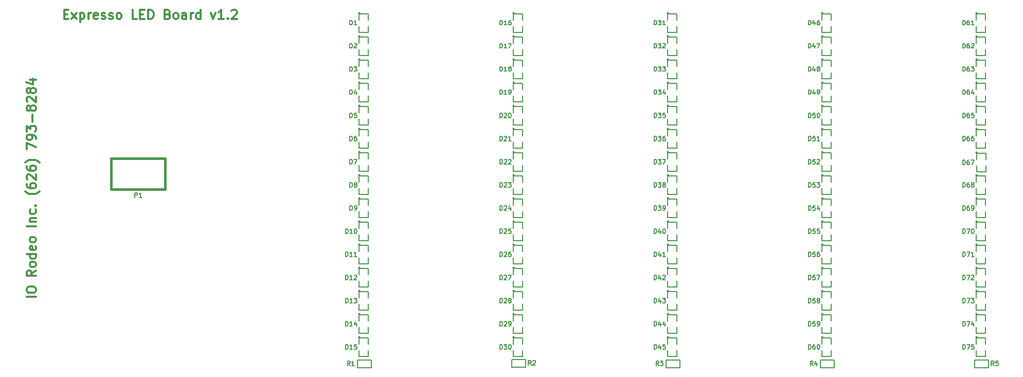
<source format=gto>
G04 (created by PCBNEW (2013-jul-07)-stable) date Sun 18 Sep 2016 12:28:55 PM PDT*
%MOIN*%
G04 Gerber Fmt 3.4, Leading zero omitted, Abs format*
%FSLAX34Y34*%
G01*
G70*
G90*
G04 APERTURE LIST*
%ADD10C,0.00590551*%
%ADD11C,0.012*%
%ADD12C,0.005*%
%ADD13C,0.015*%
%ADD14C,0.0059*%
G04 APERTURE END LIST*
G54D10*
G54D11*
X22760Y-35967D02*
X22960Y-35967D01*
X23046Y-36281D02*
X22760Y-36281D01*
X22760Y-35681D01*
X23046Y-35681D01*
X23246Y-36281D02*
X23560Y-35881D01*
X23246Y-35881D02*
X23560Y-36281D01*
X23788Y-35881D02*
X23788Y-36481D01*
X23788Y-35910D02*
X23846Y-35881D01*
X23960Y-35881D01*
X24017Y-35910D01*
X24046Y-35939D01*
X24074Y-35996D01*
X24074Y-36167D01*
X24046Y-36224D01*
X24017Y-36253D01*
X23960Y-36281D01*
X23846Y-36281D01*
X23788Y-36253D01*
X24331Y-36281D02*
X24331Y-35881D01*
X24331Y-35996D02*
X24360Y-35939D01*
X24388Y-35910D01*
X24446Y-35881D01*
X24503Y-35881D01*
X24931Y-36253D02*
X24874Y-36281D01*
X24760Y-36281D01*
X24703Y-36253D01*
X24674Y-36196D01*
X24674Y-35967D01*
X24703Y-35910D01*
X24760Y-35881D01*
X24874Y-35881D01*
X24931Y-35910D01*
X24960Y-35967D01*
X24960Y-36024D01*
X24674Y-36081D01*
X25188Y-36253D02*
X25246Y-36281D01*
X25360Y-36281D01*
X25417Y-36253D01*
X25446Y-36196D01*
X25446Y-36167D01*
X25417Y-36110D01*
X25360Y-36081D01*
X25274Y-36081D01*
X25217Y-36053D01*
X25188Y-35996D01*
X25188Y-35967D01*
X25217Y-35910D01*
X25274Y-35881D01*
X25360Y-35881D01*
X25417Y-35910D01*
X25674Y-36253D02*
X25731Y-36281D01*
X25846Y-36281D01*
X25903Y-36253D01*
X25931Y-36196D01*
X25931Y-36167D01*
X25903Y-36110D01*
X25846Y-36081D01*
X25760Y-36081D01*
X25703Y-36053D01*
X25674Y-35996D01*
X25674Y-35967D01*
X25703Y-35910D01*
X25760Y-35881D01*
X25846Y-35881D01*
X25903Y-35910D01*
X26274Y-36281D02*
X26217Y-36253D01*
X26188Y-36224D01*
X26160Y-36167D01*
X26160Y-35996D01*
X26188Y-35939D01*
X26217Y-35910D01*
X26274Y-35881D01*
X26360Y-35881D01*
X26417Y-35910D01*
X26446Y-35939D01*
X26474Y-35996D01*
X26474Y-36167D01*
X26446Y-36224D01*
X26417Y-36253D01*
X26360Y-36281D01*
X26274Y-36281D01*
X27474Y-36281D02*
X27188Y-36281D01*
X27188Y-35681D01*
X27674Y-35967D02*
X27874Y-35967D01*
X27960Y-36281D02*
X27674Y-36281D01*
X27674Y-35681D01*
X27960Y-35681D01*
X28217Y-36281D02*
X28217Y-35681D01*
X28360Y-35681D01*
X28446Y-35710D01*
X28503Y-35767D01*
X28531Y-35824D01*
X28560Y-35939D01*
X28560Y-36024D01*
X28531Y-36139D01*
X28503Y-36196D01*
X28446Y-36253D01*
X28360Y-36281D01*
X28217Y-36281D01*
X29474Y-35967D02*
X29560Y-35996D01*
X29588Y-36024D01*
X29617Y-36081D01*
X29617Y-36167D01*
X29588Y-36224D01*
X29560Y-36253D01*
X29503Y-36281D01*
X29274Y-36281D01*
X29274Y-35681D01*
X29474Y-35681D01*
X29531Y-35710D01*
X29560Y-35739D01*
X29588Y-35796D01*
X29588Y-35853D01*
X29560Y-35910D01*
X29531Y-35939D01*
X29474Y-35967D01*
X29274Y-35967D01*
X29960Y-36281D02*
X29903Y-36253D01*
X29874Y-36224D01*
X29846Y-36167D01*
X29846Y-35996D01*
X29874Y-35939D01*
X29903Y-35910D01*
X29960Y-35881D01*
X30046Y-35881D01*
X30103Y-35910D01*
X30131Y-35939D01*
X30160Y-35996D01*
X30160Y-36167D01*
X30131Y-36224D01*
X30103Y-36253D01*
X30046Y-36281D01*
X29960Y-36281D01*
X30674Y-36281D02*
X30674Y-35967D01*
X30646Y-35910D01*
X30588Y-35881D01*
X30474Y-35881D01*
X30417Y-35910D01*
X30674Y-36253D02*
X30617Y-36281D01*
X30474Y-36281D01*
X30417Y-36253D01*
X30388Y-36196D01*
X30388Y-36139D01*
X30417Y-36081D01*
X30474Y-36053D01*
X30617Y-36053D01*
X30674Y-36024D01*
X30960Y-36281D02*
X30960Y-35881D01*
X30960Y-35996D02*
X30988Y-35939D01*
X31017Y-35910D01*
X31074Y-35881D01*
X31131Y-35881D01*
X31588Y-36281D02*
X31588Y-35681D01*
X31588Y-36253D02*
X31531Y-36281D01*
X31417Y-36281D01*
X31360Y-36253D01*
X31331Y-36224D01*
X31303Y-36167D01*
X31303Y-35996D01*
X31331Y-35939D01*
X31360Y-35910D01*
X31417Y-35881D01*
X31531Y-35881D01*
X31588Y-35910D01*
X32274Y-35881D02*
X32417Y-36281D01*
X32560Y-35881D01*
X33103Y-36281D02*
X32760Y-36281D01*
X32931Y-36281D02*
X32931Y-35681D01*
X32874Y-35767D01*
X32817Y-35824D01*
X32760Y-35853D01*
X33360Y-36224D02*
X33388Y-36253D01*
X33360Y-36281D01*
X33331Y-36253D01*
X33360Y-36224D01*
X33360Y-36281D01*
X33617Y-35739D02*
X33646Y-35710D01*
X33703Y-35681D01*
X33846Y-35681D01*
X33903Y-35710D01*
X33931Y-35739D01*
X33960Y-35796D01*
X33960Y-35853D01*
X33931Y-35939D01*
X33588Y-36281D01*
X33960Y-36281D01*
X20927Y-54286D02*
X20327Y-54286D01*
X20327Y-53886D02*
X20327Y-53772D01*
X20356Y-53715D01*
X20413Y-53658D01*
X20527Y-53629D01*
X20727Y-53629D01*
X20842Y-53658D01*
X20899Y-53715D01*
X20927Y-53772D01*
X20927Y-53886D01*
X20899Y-53944D01*
X20842Y-54001D01*
X20727Y-54029D01*
X20527Y-54029D01*
X20413Y-54001D01*
X20356Y-53944D01*
X20327Y-53886D01*
X20927Y-52572D02*
X20642Y-52772D01*
X20927Y-52915D02*
X20327Y-52915D01*
X20327Y-52686D01*
X20356Y-52629D01*
X20385Y-52601D01*
X20442Y-52572D01*
X20527Y-52572D01*
X20585Y-52601D01*
X20613Y-52629D01*
X20642Y-52686D01*
X20642Y-52915D01*
X20927Y-52229D02*
X20899Y-52286D01*
X20870Y-52315D01*
X20813Y-52344D01*
X20642Y-52344D01*
X20585Y-52315D01*
X20556Y-52286D01*
X20527Y-52229D01*
X20527Y-52144D01*
X20556Y-52086D01*
X20585Y-52058D01*
X20642Y-52029D01*
X20813Y-52029D01*
X20870Y-52058D01*
X20899Y-52086D01*
X20927Y-52144D01*
X20927Y-52229D01*
X20927Y-51515D02*
X20327Y-51515D01*
X20899Y-51515D02*
X20927Y-51572D01*
X20927Y-51686D01*
X20899Y-51744D01*
X20870Y-51772D01*
X20813Y-51801D01*
X20642Y-51801D01*
X20585Y-51772D01*
X20556Y-51744D01*
X20527Y-51686D01*
X20527Y-51572D01*
X20556Y-51515D01*
X20899Y-51001D02*
X20927Y-51058D01*
X20927Y-51172D01*
X20899Y-51229D01*
X20842Y-51258D01*
X20613Y-51258D01*
X20556Y-51229D01*
X20527Y-51172D01*
X20527Y-51058D01*
X20556Y-51001D01*
X20613Y-50972D01*
X20670Y-50972D01*
X20727Y-51258D01*
X20927Y-50629D02*
X20899Y-50686D01*
X20870Y-50715D01*
X20813Y-50744D01*
X20642Y-50744D01*
X20585Y-50715D01*
X20556Y-50686D01*
X20527Y-50629D01*
X20527Y-50544D01*
X20556Y-50486D01*
X20585Y-50458D01*
X20642Y-50429D01*
X20813Y-50429D01*
X20870Y-50458D01*
X20899Y-50486D01*
X20927Y-50544D01*
X20927Y-50629D01*
X20927Y-49715D02*
X20327Y-49715D01*
X20527Y-49429D02*
X20927Y-49429D01*
X20585Y-49429D02*
X20556Y-49401D01*
X20527Y-49344D01*
X20527Y-49258D01*
X20556Y-49201D01*
X20613Y-49172D01*
X20927Y-49172D01*
X20899Y-48629D02*
X20927Y-48686D01*
X20927Y-48801D01*
X20899Y-48858D01*
X20870Y-48886D01*
X20813Y-48915D01*
X20642Y-48915D01*
X20585Y-48886D01*
X20556Y-48858D01*
X20527Y-48801D01*
X20527Y-48686D01*
X20556Y-48629D01*
X20870Y-48372D02*
X20899Y-48344D01*
X20927Y-48372D01*
X20899Y-48401D01*
X20870Y-48372D01*
X20927Y-48372D01*
X21156Y-47458D02*
X21127Y-47486D01*
X21042Y-47544D01*
X20985Y-47572D01*
X20899Y-47601D01*
X20756Y-47629D01*
X20642Y-47629D01*
X20499Y-47601D01*
X20413Y-47572D01*
X20356Y-47544D01*
X20270Y-47486D01*
X20242Y-47458D01*
X20327Y-46972D02*
X20327Y-47086D01*
X20356Y-47144D01*
X20385Y-47172D01*
X20470Y-47229D01*
X20585Y-47258D01*
X20813Y-47258D01*
X20870Y-47229D01*
X20899Y-47201D01*
X20927Y-47144D01*
X20927Y-47029D01*
X20899Y-46972D01*
X20870Y-46944D01*
X20813Y-46915D01*
X20670Y-46915D01*
X20613Y-46944D01*
X20585Y-46972D01*
X20556Y-47029D01*
X20556Y-47144D01*
X20585Y-47201D01*
X20613Y-47229D01*
X20670Y-47258D01*
X20385Y-46686D02*
X20356Y-46658D01*
X20327Y-46601D01*
X20327Y-46458D01*
X20356Y-46401D01*
X20385Y-46372D01*
X20442Y-46344D01*
X20499Y-46344D01*
X20585Y-46372D01*
X20927Y-46715D01*
X20927Y-46344D01*
X20327Y-45829D02*
X20327Y-45944D01*
X20356Y-46001D01*
X20385Y-46029D01*
X20470Y-46086D01*
X20585Y-46115D01*
X20813Y-46115D01*
X20870Y-46086D01*
X20899Y-46058D01*
X20927Y-46001D01*
X20927Y-45886D01*
X20899Y-45829D01*
X20870Y-45801D01*
X20813Y-45772D01*
X20670Y-45772D01*
X20613Y-45801D01*
X20585Y-45829D01*
X20556Y-45886D01*
X20556Y-46001D01*
X20585Y-46058D01*
X20613Y-46086D01*
X20670Y-46115D01*
X21156Y-45572D02*
X21127Y-45544D01*
X21042Y-45486D01*
X20985Y-45458D01*
X20899Y-45429D01*
X20756Y-45401D01*
X20642Y-45401D01*
X20499Y-45429D01*
X20413Y-45458D01*
X20356Y-45486D01*
X20270Y-45544D01*
X20242Y-45572D01*
X20327Y-44715D02*
X20327Y-44315D01*
X20927Y-44572D01*
X20927Y-44058D02*
X20927Y-43944D01*
X20899Y-43886D01*
X20870Y-43858D01*
X20785Y-43801D01*
X20670Y-43772D01*
X20442Y-43772D01*
X20385Y-43801D01*
X20356Y-43829D01*
X20327Y-43886D01*
X20327Y-44001D01*
X20356Y-44058D01*
X20385Y-44086D01*
X20442Y-44115D01*
X20585Y-44115D01*
X20642Y-44086D01*
X20670Y-44058D01*
X20699Y-44001D01*
X20699Y-43886D01*
X20670Y-43829D01*
X20642Y-43801D01*
X20585Y-43772D01*
X20327Y-43572D02*
X20327Y-43201D01*
X20556Y-43401D01*
X20556Y-43315D01*
X20585Y-43258D01*
X20613Y-43229D01*
X20670Y-43201D01*
X20813Y-43201D01*
X20870Y-43229D01*
X20899Y-43258D01*
X20927Y-43315D01*
X20927Y-43486D01*
X20899Y-43544D01*
X20870Y-43572D01*
X20699Y-42944D02*
X20699Y-42486D01*
X20585Y-42115D02*
X20556Y-42172D01*
X20527Y-42201D01*
X20470Y-42229D01*
X20442Y-42229D01*
X20385Y-42201D01*
X20356Y-42172D01*
X20327Y-42115D01*
X20327Y-42001D01*
X20356Y-41944D01*
X20385Y-41915D01*
X20442Y-41886D01*
X20470Y-41886D01*
X20527Y-41915D01*
X20556Y-41944D01*
X20585Y-42001D01*
X20585Y-42115D01*
X20613Y-42172D01*
X20642Y-42201D01*
X20699Y-42229D01*
X20813Y-42229D01*
X20870Y-42201D01*
X20899Y-42172D01*
X20927Y-42115D01*
X20927Y-42001D01*
X20899Y-41944D01*
X20870Y-41915D01*
X20813Y-41886D01*
X20699Y-41886D01*
X20642Y-41915D01*
X20613Y-41944D01*
X20585Y-42001D01*
X20385Y-41658D02*
X20356Y-41629D01*
X20327Y-41572D01*
X20327Y-41429D01*
X20356Y-41372D01*
X20385Y-41344D01*
X20442Y-41315D01*
X20499Y-41315D01*
X20585Y-41344D01*
X20927Y-41686D01*
X20927Y-41315D01*
X20585Y-40972D02*
X20556Y-41029D01*
X20527Y-41058D01*
X20470Y-41086D01*
X20442Y-41086D01*
X20385Y-41058D01*
X20356Y-41029D01*
X20327Y-40972D01*
X20327Y-40858D01*
X20356Y-40801D01*
X20385Y-40772D01*
X20442Y-40743D01*
X20470Y-40743D01*
X20527Y-40772D01*
X20556Y-40801D01*
X20585Y-40858D01*
X20585Y-40972D01*
X20613Y-41029D01*
X20642Y-41058D01*
X20699Y-41086D01*
X20813Y-41086D01*
X20870Y-41058D01*
X20899Y-41029D01*
X20927Y-40972D01*
X20927Y-40858D01*
X20899Y-40801D01*
X20870Y-40772D01*
X20813Y-40743D01*
X20699Y-40743D01*
X20642Y-40772D01*
X20613Y-40801D01*
X20585Y-40858D01*
X20527Y-40229D02*
X20927Y-40229D01*
X20299Y-40372D02*
X20727Y-40515D01*
X20727Y-40143D01*
G54D12*
X41935Y-56904D02*
G75*
G03X41935Y-56904I-50J0D01*
G74*
G01*
X41885Y-57354D02*
X41885Y-56954D01*
X41885Y-56954D02*
X42485Y-56954D01*
X42485Y-56954D02*
X42485Y-57354D01*
X42485Y-57754D02*
X42485Y-58154D01*
X42485Y-58154D02*
X41885Y-58154D01*
X41885Y-58154D02*
X41885Y-57754D01*
X41935Y-55403D02*
G75*
G03X41935Y-55403I-50J0D01*
G74*
G01*
X41885Y-55853D02*
X41885Y-55453D01*
X41885Y-55453D02*
X42485Y-55453D01*
X42485Y-55453D02*
X42485Y-55853D01*
X42485Y-56253D02*
X42485Y-56653D01*
X42485Y-56653D02*
X41885Y-56653D01*
X41885Y-56653D02*
X41885Y-56253D01*
X41935Y-53902D02*
G75*
G03X41935Y-53902I-50J0D01*
G74*
G01*
X41885Y-54352D02*
X41885Y-53952D01*
X41885Y-53952D02*
X42485Y-53952D01*
X42485Y-53952D02*
X42485Y-54352D01*
X42485Y-54752D02*
X42485Y-55152D01*
X42485Y-55152D02*
X41885Y-55152D01*
X41885Y-55152D02*
X41885Y-54752D01*
X41935Y-52401D02*
G75*
G03X41935Y-52401I-50J0D01*
G74*
G01*
X41885Y-52851D02*
X41885Y-52451D01*
X41885Y-52451D02*
X42485Y-52451D01*
X42485Y-52451D02*
X42485Y-52851D01*
X42485Y-53251D02*
X42485Y-53651D01*
X42485Y-53651D02*
X41885Y-53651D01*
X41885Y-53651D02*
X41885Y-53251D01*
X41935Y-50900D02*
G75*
G03X41935Y-50900I-50J0D01*
G74*
G01*
X41885Y-51350D02*
X41885Y-50950D01*
X41885Y-50950D02*
X42485Y-50950D01*
X42485Y-50950D02*
X42485Y-51350D01*
X42485Y-51750D02*
X42485Y-52150D01*
X42485Y-52150D02*
X41885Y-52150D01*
X41885Y-52150D02*
X41885Y-51750D01*
X41935Y-49399D02*
G75*
G03X41935Y-49399I-50J0D01*
G74*
G01*
X41885Y-49849D02*
X41885Y-49449D01*
X41885Y-49449D02*
X42485Y-49449D01*
X42485Y-49449D02*
X42485Y-49849D01*
X42485Y-50249D02*
X42485Y-50649D01*
X42485Y-50649D02*
X41885Y-50649D01*
X41885Y-50649D02*
X41885Y-50249D01*
X41935Y-47898D02*
G75*
G03X41935Y-47898I-50J0D01*
G74*
G01*
X41885Y-48348D02*
X41885Y-47948D01*
X41885Y-47948D02*
X42485Y-47948D01*
X42485Y-47948D02*
X42485Y-48348D01*
X42485Y-48748D02*
X42485Y-49148D01*
X42485Y-49148D02*
X41885Y-49148D01*
X41885Y-49148D02*
X41885Y-48748D01*
X41935Y-46397D02*
G75*
G03X41935Y-46397I-50J0D01*
G74*
G01*
X41885Y-46847D02*
X41885Y-46447D01*
X41885Y-46447D02*
X42485Y-46447D01*
X42485Y-46447D02*
X42485Y-46847D01*
X42485Y-47247D02*
X42485Y-47647D01*
X42485Y-47647D02*
X41885Y-47647D01*
X41885Y-47647D02*
X41885Y-47247D01*
X41935Y-44896D02*
G75*
G03X41935Y-44896I-50J0D01*
G74*
G01*
X41885Y-45346D02*
X41885Y-44946D01*
X41885Y-44946D02*
X42485Y-44946D01*
X42485Y-44946D02*
X42485Y-45346D01*
X42485Y-45746D02*
X42485Y-46146D01*
X42485Y-46146D02*
X41885Y-46146D01*
X41885Y-46146D02*
X41885Y-45746D01*
X41935Y-43395D02*
G75*
G03X41935Y-43395I-50J0D01*
G74*
G01*
X41885Y-43845D02*
X41885Y-43445D01*
X41885Y-43445D02*
X42485Y-43445D01*
X42485Y-43445D02*
X42485Y-43845D01*
X42485Y-44245D02*
X42485Y-44645D01*
X42485Y-44645D02*
X41885Y-44645D01*
X41885Y-44645D02*
X41885Y-44245D01*
X41935Y-41894D02*
G75*
G03X41935Y-41894I-50J0D01*
G74*
G01*
X41885Y-42344D02*
X41885Y-41944D01*
X41885Y-41944D02*
X42485Y-41944D01*
X42485Y-41944D02*
X42485Y-42344D01*
X42485Y-42744D02*
X42485Y-43144D01*
X42485Y-43144D02*
X41885Y-43144D01*
X41885Y-43144D02*
X41885Y-42744D01*
X41935Y-40393D02*
G75*
G03X41935Y-40393I-50J0D01*
G74*
G01*
X41885Y-40843D02*
X41885Y-40443D01*
X41885Y-40443D02*
X42485Y-40443D01*
X42485Y-40443D02*
X42485Y-40843D01*
X42485Y-41243D02*
X42485Y-41643D01*
X42485Y-41643D02*
X41885Y-41643D01*
X41885Y-41643D02*
X41885Y-41243D01*
X41935Y-38892D02*
G75*
G03X41935Y-38892I-50J0D01*
G74*
G01*
X41885Y-39342D02*
X41885Y-38942D01*
X41885Y-38942D02*
X42485Y-38942D01*
X42485Y-38942D02*
X42485Y-39342D01*
X42485Y-39742D02*
X42485Y-40142D01*
X42485Y-40142D02*
X41885Y-40142D01*
X41885Y-40142D02*
X41885Y-39742D01*
X41935Y-37391D02*
G75*
G03X41935Y-37391I-50J0D01*
G74*
G01*
X41885Y-37841D02*
X41885Y-37441D01*
X41885Y-37441D02*
X42485Y-37441D01*
X42485Y-37441D02*
X42485Y-37841D01*
X42485Y-38241D02*
X42485Y-38641D01*
X42485Y-38641D02*
X41885Y-38641D01*
X41885Y-38641D02*
X41885Y-38241D01*
X41935Y-35890D02*
G75*
G03X41935Y-35890I-50J0D01*
G74*
G01*
X41885Y-36340D02*
X41885Y-35940D01*
X41885Y-35940D02*
X42485Y-35940D01*
X42485Y-35940D02*
X42485Y-36340D01*
X42485Y-36740D02*
X42485Y-37140D01*
X42485Y-37140D02*
X41885Y-37140D01*
X41885Y-37140D02*
X41885Y-36740D01*
G54D13*
X25808Y-47299D02*
X29308Y-47299D01*
X25808Y-45299D02*
X29308Y-45299D01*
X25808Y-47299D02*
X25808Y-45299D01*
X29308Y-47299D02*
X29308Y-45299D01*
G54D12*
X81935Y-35890D02*
G75*
G03X81935Y-35890I-50J0D01*
G74*
G01*
X81885Y-36340D02*
X81885Y-35940D01*
X81885Y-35940D02*
X82485Y-35940D01*
X82485Y-35940D02*
X82485Y-36340D01*
X82485Y-36740D02*
X82485Y-37140D01*
X82485Y-37140D02*
X81885Y-37140D01*
X81885Y-37140D02*
X81885Y-36740D01*
X71935Y-56904D02*
G75*
G03X71935Y-56904I-50J0D01*
G74*
G01*
X71885Y-57354D02*
X71885Y-56954D01*
X71885Y-56954D02*
X72485Y-56954D01*
X72485Y-56954D02*
X72485Y-57354D01*
X72485Y-57754D02*
X72485Y-58154D01*
X72485Y-58154D02*
X71885Y-58154D01*
X71885Y-58154D02*
X71885Y-57754D01*
X71935Y-55403D02*
G75*
G03X71935Y-55403I-50J0D01*
G74*
G01*
X71885Y-55853D02*
X71885Y-55453D01*
X71885Y-55453D02*
X72485Y-55453D01*
X72485Y-55453D02*
X72485Y-55853D01*
X72485Y-56253D02*
X72485Y-56653D01*
X72485Y-56653D02*
X71885Y-56653D01*
X71885Y-56653D02*
X71885Y-56253D01*
X71935Y-53902D02*
G75*
G03X71935Y-53902I-50J0D01*
G74*
G01*
X71885Y-54352D02*
X71885Y-53952D01*
X71885Y-53952D02*
X72485Y-53952D01*
X72485Y-53952D02*
X72485Y-54352D01*
X72485Y-54752D02*
X72485Y-55152D01*
X72485Y-55152D02*
X71885Y-55152D01*
X71885Y-55152D02*
X71885Y-54752D01*
X71935Y-52401D02*
G75*
G03X71935Y-52401I-50J0D01*
G74*
G01*
X71885Y-52851D02*
X71885Y-52451D01*
X71885Y-52451D02*
X72485Y-52451D01*
X72485Y-52451D02*
X72485Y-52851D01*
X72485Y-53251D02*
X72485Y-53651D01*
X72485Y-53651D02*
X71885Y-53651D01*
X71885Y-53651D02*
X71885Y-53251D01*
X71935Y-50900D02*
G75*
G03X71935Y-50900I-50J0D01*
G74*
G01*
X71885Y-51350D02*
X71885Y-50950D01*
X71885Y-50950D02*
X72485Y-50950D01*
X72485Y-50950D02*
X72485Y-51350D01*
X72485Y-51750D02*
X72485Y-52150D01*
X72485Y-52150D02*
X71885Y-52150D01*
X71885Y-52150D02*
X71885Y-51750D01*
X71935Y-49399D02*
G75*
G03X71935Y-49399I-50J0D01*
G74*
G01*
X71885Y-49849D02*
X71885Y-49449D01*
X71885Y-49449D02*
X72485Y-49449D01*
X72485Y-49449D02*
X72485Y-49849D01*
X72485Y-50249D02*
X72485Y-50649D01*
X72485Y-50649D02*
X71885Y-50649D01*
X71885Y-50649D02*
X71885Y-50249D01*
X71935Y-47898D02*
G75*
G03X71935Y-47898I-50J0D01*
G74*
G01*
X71885Y-48348D02*
X71885Y-47948D01*
X71885Y-47948D02*
X72485Y-47948D01*
X72485Y-47948D02*
X72485Y-48348D01*
X72485Y-48748D02*
X72485Y-49148D01*
X72485Y-49148D02*
X71885Y-49148D01*
X71885Y-49148D02*
X71885Y-48748D01*
X71935Y-46397D02*
G75*
G03X71935Y-46397I-50J0D01*
G74*
G01*
X71885Y-46847D02*
X71885Y-46447D01*
X71885Y-46447D02*
X72485Y-46447D01*
X72485Y-46447D02*
X72485Y-46847D01*
X72485Y-47247D02*
X72485Y-47647D01*
X72485Y-47647D02*
X71885Y-47647D01*
X71885Y-47647D02*
X71885Y-47247D01*
X71935Y-44896D02*
G75*
G03X71935Y-44896I-50J0D01*
G74*
G01*
X71885Y-45346D02*
X71885Y-44946D01*
X71885Y-44946D02*
X72485Y-44946D01*
X72485Y-44946D02*
X72485Y-45346D01*
X72485Y-45746D02*
X72485Y-46146D01*
X72485Y-46146D02*
X71885Y-46146D01*
X71885Y-46146D02*
X71885Y-45746D01*
X71935Y-43395D02*
G75*
G03X71935Y-43395I-50J0D01*
G74*
G01*
X71885Y-43845D02*
X71885Y-43445D01*
X71885Y-43445D02*
X72485Y-43445D01*
X72485Y-43445D02*
X72485Y-43845D01*
X72485Y-44245D02*
X72485Y-44645D01*
X72485Y-44645D02*
X71885Y-44645D01*
X71885Y-44645D02*
X71885Y-44245D01*
X71935Y-41894D02*
G75*
G03X71935Y-41894I-50J0D01*
G74*
G01*
X71885Y-42344D02*
X71885Y-41944D01*
X71885Y-41944D02*
X72485Y-41944D01*
X72485Y-41944D02*
X72485Y-42344D01*
X72485Y-42744D02*
X72485Y-43144D01*
X72485Y-43144D02*
X71885Y-43144D01*
X71885Y-43144D02*
X71885Y-42744D01*
X71935Y-40393D02*
G75*
G03X71935Y-40393I-50J0D01*
G74*
G01*
X71885Y-40843D02*
X71885Y-40443D01*
X71885Y-40443D02*
X72485Y-40443D01*
X72485Y-40443D02*
X72485Y-40843D01*
X72485Y-41243D02*
X72485Y-41643D01*
X72485Y-41643D02*
X71885Y-41643D01*
X71885Y-41643D02*
X71885Y-41243D01*
X71935Y-38892D02*
G75*
G03X71935Y-38892I-50J0D01*
G74*
G01*
X71885Y-39342D02*
X71885Y-38942D01*
X71885Y-38942D02*
X72485Y-38942D01*
X72485Y-38942D02*
X72485Y-39342D01*
X72485Y-39742D02*
X72485Y-40142D01*
X72485Y-40142D02*
X71885Y-40142D01*
X71885Y-40142D02*
X71885Y-39742D01*
X81935Y-37391D02*
G75*
G03X81935Y-37391I-50J0D01*
G74*
G01*
X81885Y-37841D02*
X81885Y-37441D01*
X81885Y-37441D02*
X82485Y-37441D01*
X82485Y-37441D02*
X82485Y-37841D01*
X82485Y-38241D02*
X82485Y-38641D01*
X82485Y-38641D02*
X81885Y-38641D01*
X81885Y-38641D02*
X81885Y-38241D01*
X81935Y-38892D02*
G75*
G03X81935Y-38892I-50J0D01*
G74*
G01*
X81885Y-39342D02*
X81885Y-38942D01*
X81885Y-38942D02*
X82485Y-38942D01*
X82485Y-38942D02*
X82485Y-39342D01*
X82485Y-39742D02*
X82485Y-40142D01*
X82485Y-40142D02*
X81885Y-40142D01*
X81885Y-40142D02*
X81885Y-39742D01*
X81935Y-40393D02*
G75*
G03X81935Y-40393I-50J0D01*
G74*
G01*
X81885Y-40843D02*
X81885Y-40443D01*
X81885Y-40443D02*
X82485Y-40443D01*
X82485Y-40443D02*
X82485Y-40843D01*
X82485Y-41243D02*
X82485Y-41643D01*
X82485Y-41643D02*
X81885Y-41643D01*
X81885Y-41643D02*
X81885Y-41243D01*
X81935Y-41894D02*
G75*
G03X81935Y-41894I-50J0D01*
G74*
G01*
X81885Y-42344D02*
X81885Y-41944D01*
X81885Y-41944D02*
X82485Y-41944D01*
X82485Y-41944D02*
X82485Y-42344D01*
X82485Y-42744D02*
X82485Y-43144D01*
X82485Y-43144D02*
X81885Y-43144D01*
X81885Y-43144D02*
X81885Y-42744D01*
X81935Y-43395D02*
G75*
G03X81935Y-43395I-50J0D01*
G74*
G01*
X81885Y-43845D02*
X81885Y-43445D01*
X81885Y-43445D02*
X82485Y-43445D01*
X82485Y-43445D02*
X82485Y-43845D01*
X82485Y-44245D02*
X82485Y-44645D01*
X82485Y-44645D02*
X81885Y-44645D01*
X81885Y-44645D02*
X81885Y-44245D01*
X81937Y-44945D02*
G75*
G03X81937Y-44945I-50J0D01*
G74*
G01*
X81887Y-45395D02*
X81887Y-44995D01*
X81887Y-44995D02*
X82487Y-44995D01*
X82487Y-44995D02*
X82487Y-45395D01*
X82487Y-45795D02*
X82487Y-46195D01*
X82487Y-46195D02*
X81887Y-46195D01*
X81887Y-46195D02*
X81887Y-45795D01*
X81935Y-46397D02*
G75*
G03X81935Y-46397I-50J0D01*
G74*
G01*
X81885Y-46847D02*
X81885Y-46447D01*
X81885Y-46447D02*
X82485Y-46447D01*
X82485Y-46447D02*
X82485Y-46847D01*
X82485Y-47247D02*
X82485Y-47647D01*
X82485Y-47647D02*
X81885Y-47647D01*
X81885Y-47647D02*
X81885Y-47247D01*
X81935Y-47898D02*
G75*
G03X81935Y-47898I-50J0D01*
G74*
G01*
X81885Y-48348D02*
X81885Y-47948D01*
X81885Y-47948D02*
X82485Y-47948D01*
X82485Y-47948D02*
X82485Y-48348D01*
X82485Y-48748D02*
X82485Y-49148D01*
X82485Y-49148D02*
X81885Y-49148D01*
X81885Y-49148D02*
X81885Y-48748D01*
X81935Y-49399D02*
G75*
G03X81935Y-49399I-50J0D01*
G74*
G01*
X81885Y-49849D02*
X81885Y-49449D01*
X81885Y-49449D02*
X82485Y-49449D01*
X82485Y-49449D02*
X82485Y-49849D01*
X82485Y-50249D02*
X82485Y-50649D01*
X82485Y-50649D02*
X81885Y-50649D01*
X81885Y-50649D02*
X81885Y-50249D01*
X81935Y-50900D02*
G75*
G03X81935Y-50900I-50J0D01*
G74*
G01*
X81885Y-51350D02*
X81885Y-50950D01*
X81885Y-50950D02*
X82485Y-50950D01*
X82485Y-50950D02*
X82485Y-51350D01*
X82485Y-51750D02*
X82485Y-52150D01*
X82485Y-52150D02*
X81885Y-52150D01*
X81885Y-52150D02*
X81885Y-51750D01*
X81935Y-52401D02*
G75*
G03X81935Y-52401I-50J0D01*
G74*
G01*
X81885Y-52851D02*
X81885Y-52451D01*
X81885Y-52451D02*
X82485Y-52451D01*
X82485Y-52451D02*
X82485Y-52851D01*
X82485Y-53251D02*
X82485Y-53651D01*
X82485Y-53651D02*
X81885Y-53651D01*
X81885Y-53651D02*
X81885Y-53251D01*
X81935Y-53902D02*
G75*
G03X81935Y-53902I-50J0D01*
G74*
G01*
X81885Y-54352D02*
X81885Y-53952D01*
X81885Y-53952D02*
X82485Y-53952D01*
X82485Y-53952D02*
X82485Y-54352D01*
X82485Y-54752D02*
X82485Y-55152D01*
X82485Y-55152D02*
X81885Y-55152D01*
X81885Y-55152D02*
X81885Y-54752D01*
X81935Y-55403D02*
G75*
G03X81935Y-55403I-50J0D01*
G74*
G01*
X81885Y-55853D02*
X81885Y-55453D01*
X81885Y-55453D02*
X82485Y-55453D01*
X82485Y-55453D02*
X82485Y-55853D01*
X82485Y-56253D02*
X82485Y-56653D01*
X82485Y-56653D02*
X81885Y-56653D01*
X81885Y-56653D02*
X81885Y-56253D01*
X81935Y-56904D02*
G75*
G03X81935Y-56904I-50J0D01*
G74*
G01*
X81885Y-57354D02*
X81885Y-56954D01*
X81885Y-56954D02*
X82485Y-56954D01*
X82485Y-56954D02*
X82485Y-57354D01*
X82485Y-57754D02*
X82485Y-58154D01*
X82485Y-58154D02*
X81885Y-58154D01*
X81885Y-58154D02*
X81885Y-57754D01*
X51935Y-35890D02*
G75*
G03X51935Y-35890I-50J0D01*
G74*
G01*
X51885Y-36340D02*
X51885Y-35940D01*
X51885Y-35940D02*
X52485Y-35940D01*
X52485Y-35940D02*
X52485Y-36340D01*
X52485Y-36740D02*
X52485Y-37140D01*
X52485Y-37140D02*
X51885Y-37140D01*
X51885Y-37140D02*
X51885Y-36740D01*
X51935Y-37391D02*
G75*
G03X51935Y-37391I-50J0D01*
G74*
G01*
X51885Y-37841D02*
X51885Y-37441D01*
X51885Y-37441D02*
X52485Y-37441D01*
X52485Y-37441D02*
X52485Y-37841D01*
X52485Y-38241D02*
X52485Y-38641D01*
X52485Y-38641D02*
X51885Y-38641D01*
X51885Y-38641D02*
X51885Y-38241D01*
X51935Y-38892D02*
G75*
G03X51935Y-38892I-50J0D01*
G74*
G01*
X51885Y-39342D02*
X51885Y-38942D01*
X51885Y-38942D02*
X52485Y-38942D01*
X52485Y-38942D02*
X52485Y-39342D01*
X52485Y-39742D02*
X52485Y-40142D01*
X52485Y-40142D02*
X51885Y-40142D01*
X51885Y-40142D02*
X51885Y-39742D01*
X51935Y-40393D02*
G75*
G03X51935Y-40393I-50J0D01*
G74*
G01*
X51885Y-40843D02*
X51885Y-40443D01*
X51885Y-40443D02*
X52485Y-40443D01*
X52485Y-40443D02*
X52485Y-40843D01*
X52485Y-41243D02*
X52485Y-41643D01*
X52485Y-41643D02*
X51885Y-41643D01*
X51885Y-41643D02*
X51885Y-41243D01*
X51935Y-41894D02*
G75*
G03X51935Y-41894I-50J0D01*
G74*
G01*
X51885Y-42344D02*
X51885Y-41944D01*
X51885Y-41944D02*
X52485Y-41944D01*
X52485Y-41944D02*
X52485Y-42344D01*
X52485Y-42744D02*
X52485Y-43144D01*
X52485Y-43144D02*
X51885Y-43144D01*
X51885Y-43144D02*
X51885Y-42744D01*
X51935Y-43395D02*
G75*
G03X51935Y-43395I-50J0D01*
G74*
G01*
X51885Y-43845D02*
X51885Y-43445D01*
X51885Y-43445D02*
X52485Y-43445D01*
X52485Y-43445D02*
X52485Y-43845D01*
X52485Y-44245D02*
X52485Y-44645D01*
X52485Y-44645D02*
X51885Y-44645D01*
X51885Y-44645D02*
X51885Y-44245D01*
X51935Y-44896D02*
G75*
G03X51935Y-44896I-50J0D01*
G74*
G01*
X51885Y-45346D02*
X51885Y-44946D01*
X51885Y-44946D02*
X52485Y-44946D01*
X52485Y-44946D02*
X52485Y-45346D01*
X52485Y-45746D02*
X52485Y-46146D01*
X52485Y-46146D02*
X51885Y-46146D01*
X51885Y-46146D02*
X51885Y-45746D01*
X51935Y-46397D02*
G75*
G03X51935Y-46397I-50J0D01*
G74*
G01*
X51885Y-46847D02*
X51885Y-46447D01*
X51885Y-46447D02*
X52485Y-46447D01*
X52485Y-46447D02*
X52485Y-46847D01*
X52485Y-47247D02*
X52485Y-47647D01*
X52485Y-47647D02*
X51885Y-47647D01*
X51885Y-47647D02*
X51885Y-47247D01*
X51935Y-47898D02*
G75*
G03X51935Y-47898I-50J0D01*
G74*
G01*
X51885Y-48348D02*
X51885Y-47948D01*
X51885Y-47948D02*
X52485Y-47948D01*
X52485Y-47948D02*
X52485Y-48348D01*
X52485Y-48748D02*
X52485Y-49148D01*
X52485Y-49148D02*
X51885Y-49148D01*
X51885Y-49148D02*
X51885Y-48748D01*
X51935Y-49399D02*
G75*
G03X51935Y-49399I-50J0D01*
G74*
G01*
X51885Y-49849D02*
X51885Y-49449D01*
X51885Y-49449D02*
X52485Y-49449D01*
X52485Y-49449D02*
X52485Y-49849D01*
X52485Y-50249D02*
X52485Y-50649D01*
X52485Y-50649D02*
X51885Y-50649D01*
X51885Y-50649D02*
X51885Y-50249D01*
X51935Y-50900D02*
G75*
G03X51935Y-50900I-50J0D01*
G74*
G01*
X51885Y-51350D02*
X51885Y-50950D01*
X51885Y-50950D02*
X52485Y-50950D01*
X52485Y-50950D02*
X52485Y-51350D01*
X52485Y-51750D02*
X52485Y-52150D01*
X52485Y-52150D02*
X51885Y-52150D01*
X51885Y-52150D02*
X51885Y-51750D01*
X51935Y-52401D02*
G75*
G03X51935Y-52401I-50J0D01*
G74*
G01*
X51885Y-52851D02*
X51885Y-52451D01*
X51885Y-52451D02*
X52485Y-52451D01*
X52485Y-52451D02*
X52485Y-52851D01*
X52485Y-53251D02*
X52485Y-53651D01*
X52485Y-53651D02*
X51885Y-53651D01*
X51885Y-53651D02*
X51885Y-53251D01*
X51935Y-53902D02*
G75*
G03X51935Y-53902I-50J0D01*
G74*
G01*
X51885Y-54352D02*
X51885Y-53952D01*
X51885Y-53952D02*
X52485Y-53952D01*
X52485Y-53952D02*
X52485Y-54352D01*
X52485Y-54752D02*
X52485Y-55152D01*
X52485Y-55152D02*
X51885Y-55152D01*
X51885Y-55152D02*
X51885Y-54752D01*
X51935Y-55403D02*
G75*
G03X51935Y-55403I-50J0D01*
G74*
G01*
X51885Y-55853D02*
X51885Y-55453D01*
X51885Y-55453D02*
X52485Y-55453D01*
X52485Y-55453D02*
X52485Y-55853D01*
X52485Y-56253D02*
X52485Y-56653D01*
X52485Y-56653D02*
X51885Y-56653D01*
X51885Y-56653D02*
X51885Y-56253D01*
X51935Y-56904D02*
G75*
G03X51935Y-56904I-50J0D01*
G74*
G01*
X51885Y-57354D02*
X51885Y-56954D01*
X51885Y-56954D02*
X52485Y-56954D01*
X52485Y-56954D02*
X52485Y-57354D01*
X52485Y-57754D02*
X52485Y-58154D01*
X52485Y-58154D02*
X51885Y-58154D01*
X51885Y-58154D02*
X51885Y-57754D01*
X61935Y-35890D02*
G75*
G03X61935Y-35890I-50J0D01*
G74*
G01*
X61885Y-36340D02*
X61885Y-35940D01*
X61885Y-35940D02*
X62485Y-35940D01*
X62485Y-35940D02*
X62485Y-36340D01*
X62485Y-36740D02*
X62485Y-37140D01*
X62485Y-37140D02*
X61885Y-37140D01*
X61885Y-37140D02*
X61885Y-36740D01*
X61935Y-37391D02*
G75*
G03X61935Y-37391I-50J0D01*
G74*
G01*
X61885Y-37841D02*
X61885Y-37441D01*
X61885Y-37441D02*
X62485Y-37441D01*
X62485Y-37441D02*
X62485Y-37841D01*
X62485Y-38241D02*
X62485Y-38641D01*
X62485Y-38641D02*
X61885Y-38641D01*
X61885Y-38641D02*
X61885Y-38241D01*
X61935Y-38892D02*
G75*
G03X61935Y-38892I-50J0D01*
G74*
G01*
X61885Y-39342D02*
X61885Y-38942D01*
X61885Y-38942D02*
X62485Y-38942D01*
X62485Y-38942D02*
X62485Y-39342D01*
X62485Y-39742D02*
X62485Y-40142D01*
X62485Y-40142D02*
X61885Y-40142D01*
X61885Y-40142D02*
X61885Y-39742D01*
X61935Y-40393D02*
G75*
G03X61935Y-40393I-50J0D01*
G74*
G01*
X61885Y-40843D02*
X61885Y-40443D01*
X61885Y-40443D02*
X62485Y-40443D01*
X62485Y-40443D02*
X62485Y-40843D01*
X62485Y-41243D02*
X62485Y-41643D01*
X62485Y-41643D02*
X61885Y-41643D01*
X61885Y-41643D02*
X61885Y-41243D01*
X61935Y-41894D02*
G75*
G03X61935Y-41894I-50J0D01*
G74*
G01*
X61885Y-42344D02*
X61885Y-41944D01*
X61885Y-41944D02*
X62485Y-41944D01*
X62485Y-41944D02*
X62485Y-42344D01*
X62485Y-42744D02*
X62485Y-43144D01*
X62485Y-43144D02*
X61885Y-43144D01*
X61885Y-43144D02*
X61885Y-42744D01*
X61935Y-43395D02*
G75*
G03X61935Y-43395I-50J0D01*
G74*
G01*
X61885Y-43845D02*
X61885Y-43445D01*
X61885Y-43445D02*
X62485Y-43445D01*
X62485Y-43445D02*
X62485Y-43845D01*
X62485Y-44245D02*
X62485Y-44645D01*
X62485Y-44645D02*
X61885Y-44645D01*
X61885Y-44645D02*
X61885Y-44245D01*
X61935Y-44896D02*
G75*
G03X61935Y-44896I-50J0D01*
G74*
G01*
X61885Y-45346D02*
X61885Y-44946D01*
X61885Y-44946D02*
X62485Y-44946D01*
X62485Y-44946D02*
X62485Y-45346D01*
X62485Y-45746D02*
X62485Y-46146D01*
X62485Y-46146D02*
X61885Y-46146D01*
X61885Y-46146D02*
X61885Y-45746D01*
X61935Y-46397D02*
G75*
G03X61935Y-46397I-50J0D01*
G74*
G01*
X61885Y-46847D02*
X61885Y-46447D01*
X61885Y-46447D02*
X62485Y-46447D01*
X62485Y-46447D02*
X62485Y-46847D01*
X62485Y-47247D02*
X62485Y-47647D01*
X62485Y-47647D02*
X61885Y-47647D01*
X61885Y-47647D02*
X61885Y-47247D01*
X61935Y-47898D02*
G75*
G03X61935Y-47898I-50J0D01*
G74*
G01*
X61885Y-48348D02*
X61885Y-47948D01*
X61885Y-47948D02*
X62485Y-47948D01*
X62485Y-47948D02*
X62485Y-48348D01*
X62485Y-48748D02*
X62485Y-49148D01*
X62485Y-49148D02*
X61885Y-49148D01*
X61885Y-49148D02*
X61885Y-48748D01*
X61935Y-49399D02*
G75*
G03X61935Y-49399I-50J0D01*
G74*
G01*
X61885Y-49849D02*
X61885Y-49449D01*
X61885Y-49449D02*
X62485Y-49449D01*
X62485Y-49449D02*
X62485Y-49849D01*
X62485Y-50249D02*
X62485Y-50649D01*
X62485Y-50649D02*
X61885Y-50649D01*
X61885Y-50649D02*
X61885Y-50249D01*
X61935Y-50900D02*
G75*
G03X61935Y-50900I-50J0D01*
G74*
G01*
X61885Y-51350D02*
X61885Y-50950D01*
X61885Y-50950D02*
X62485Y-50950D01*
X62485Y-50950D02*
X62485Y-51350D01*
X62485Y-51750D02*
X62485Y-52150D01*
X62485Y-52150D02*
X61885Y-52150D01*
X61885Y-52150D02*
X61885Y-51750D01*
X61935Y-52401D02*
G75*
G03X61935Y-52401I-50J0D01*
G74*
G01*
X61885Y-52851D02*
X61885Y-52451D01*
X61885Y-52451D02*
X62485Y-52451D01*
X62485Y-52451D02*
X62485Y-52851D01*
X62485Y-53251D02*
X62485Y-53651D01*
X62485Y-53651D02*
X61885Y-53651D01*
X61885Y-53651D02*
X61885Y-53251D01*
X61935Y-53902D02*
G75*
G03X61935Y-53902I-50J0D01*
G74*
G01*
X61885Y-54352D02*
X61885Y-53952D01*
X61885Y-53952D02*
X62485Y-53952D01*
X62485Y-53952D02*
X62485Y-54352D01*
X62485Y-54752D02*
X62485Y-55152D01*
X62485Y-55152D02*
X61885Y-55152D01*
X61885Y-55152D02*
X61885Y-54752D01*
X61935Y-55403D02*
G75*
G03X61935Y-55403I-50J0D01*
G74*
G01*
X61885Y-55853D02*
X61885Y-55453D01*
X61885Y-55453D02*
X62485Y-55453D01*
X62485Y-55453D02*
X62485Y-55853D01*
X62485Y-56253D02*
X62485Y-56653D01*
X62485Y-56653D02*
X61885Y-56653D01*
X61885Y-56653D02*
X61885Y-56253D01*
X61935Y-56904D02*
G75*
G03X61935Y-56904I-50J0D01*
G74*
G01*
X61885Y-57354D02*
X61885Y-56954D01*
X61885Y-56954D02*
X62485Y-56954D01*
X62485Y-56954D02*
X62485Y-57354D01*
X62485Y-57754D02*
X62485Y-58154D01*
X62485Y-58154D02*
X61885Y-58154D01*
X61885Y-58154D02*
X61885Y-57754D01*
X71935Y-35890D02*
G75*
G03X71935Y-35890I-50J0D01*
G74*
G01*
X71885Y-36340D02*
X71885Y-35940D01*
X71885Y-35940D02*
X72485Y-35940D01*
X72485Y-35940D02*
X72485Y-36340D01*
X72485Y-36740D02*
X72485Y-37140D01*
X72485Y-37140D02*
X71885Y-37140D01*
X71885Y-37140D02*
X71885Y-36740D01*
X71935Y-37391D02*
G75*
G03X71935Y-37391I-50J0D01*
G74*
G01*
X71885Y-37841D02*
X71885Y-37441D01*
X71885Y-37441D02*
X72485Y-37441D01*
X72485Y-37441D02*
X72485Y-37841D01*
X72485Y-38241D02*
X72485Y-38641D01*
X72485Y-38641D02*
X71885Y-38641D01*
X71885Y-38641D02*
X71885Y-38241D01*
X42654Y-58872D02*
X41754Y-58872D01*
X41754Y-58872D02*
X41754Y-58372D01*
X41754Y-58372D02*
X42654Y-58372D01*
X42654Y-58372D02*
X42654Y-58872D01*
X51754Y-58333D02*
X52654Y-58333D01*
X52654Y-58333D02*
X52654Y-58833D01*
X52654Y-58833D02*
X51754Y-58833D01*
X51754Y-58833D02*
X51754Y-58333D01*
X62654Y-58872D02*
X61754Y-58872D01*
X61754Y-58872D02*
X61754Y-58372D01*
X61754Y-58372D02*
X62654Y-58372D01*
X62654Y-58372D02*
X62654Y-58872D01*
X72654Y-58872D02*
X71754Y-58872D01*
X71754Y-58872D02*
X71754Y-58372D01*
X71754Y-58372D02*
X72654Y-58372D01*
X72654Y-58372D02*
X72654Y-58872D01*
X81754Y-58372D02*
X82654Y-58372D01*
X82654Y-58372D02*
X82654Y-58872D01*
X82654Y-58872D02*
X81754Y-58872D01*
X81754Y-58872D02*
X81754Y-58372D01*
G54D14*
X40995Y-57673D02*
X40995Y-57378D01*
X41066Y-57378D01*
X41108Y-57392D01*
X41136Y-57420D01*
X41150Y-57448D01*
X41164Y-57504D01*
X41164Y-57546D01*
X41150Y-57603D01*
X41136Y-57631D01*
X41108Y-57659D01*
X41066Y-57673D01*
X40995Y-57673D01*
X41445Y-57673D02*
X41276Y-57673D01*
X41361Y-57673D02*
X41361Y-57378D01*
X41332Y-57420D01*
X41304Y-57448D01*
X41276Y-57462D01*
X41712Y-57378D02*
X41571Y-57378D01*
X41557Y-57518D01*
X41571Y-57504D01*
X41599Y-57490D01*
X41670Y-57490D01*
X41698Y-57504D01*
X41712Y-57518D01*
X41726Y-57546D01*
X41726Y-57617D01*
X41712Y-57645D01*
X41698Y-57659D01*
X41670Y-57673D01*
X41599Y-57673D01*
X41571Y-57659D01*
X41557Y-57645D01*
X40995Y-56172D02*
X40995Y-55877D01*
X41066Y-55877D01*
X41108Y-55891D01*
X41136Y-55919D01*
X41150Y-55947D01*
X41164Y-56003D01*
X41164Y-56045D01*
X41150Y-56102D01*
X41136Y-56130D01*
X41108Y-56158D01*
X41066Y-56172D01*
X40995Y-56172D01*
X41445Y-56172D02*
X41276Y-56172D01*
X41361Y-56172D02*
X41361Y-55877D01*
X41332Y-55919D01*
X41304Y-55947D01*
X41276Y-55961D01*
X41698Y-55975D02*
X41698Y-56172D01*
X41627Y-55863D02*
X41557Y-56074D01*
X41740Y-56074D01*
X40995Y-54671D02*
X40995Y-54376D01*
X41066Y-54376D01*
X41108Y-54390D01*
X41136Y-54418D01*
X41150Y-54446D01*
X41164Y-54502D01*
X41164Y-54544D01*
X41150Y-54601D01*
X41136Y-54629D01*
X41108Y-54657D01*
X41066Y-54671D01*
X40995Y-54671D01*
X41445Y-54671D02*
X41276Y-54671D01*
X41361Y-54671D02*
X41361Y-54376D01*
X41332Y-54418D01*
X41304Y-54446D01*
X41276Y-54460D01*
X41543Y-54376D02*
X41726Y-54376D01*
X41627Y-54488D01*
X41670Y-54488D01*
X41698Y-54502D01*
X41712Y-54516D01*
X41726Y-54544D01*
X41726Y-54615D01*
X41712Y-54643D01*
X41698Y-54657D01*
X41670Y-54671D01*
X41585Y-54671D01*
X41557Y-54657D01*
X41543Y-54643D01*
X40995Y-53170D02*
X40995Y-52875D01*
X41066Y-52875D01*
X41108Y-52889D01*
X41136Y-52917D01*
X41150Y-52945D01*
X41164Y-53001D01*
X41164Y-53043D01*
X41150Y-53100D01*
X41136Y-53128D01*
X41108Y-53156D01*
X41066Y-53170D01*
X40995Y-53170D01*
X41445Y-53170D02*
X41276Y-53170D01*
X41361Y-53170D02*
X41361Y-52875D01*
X41332Y-52917D01*
X41304Y-52945D01*
X41276Y-52959D01*
X41557Y-52903D02*
X41571Y-52889D01*
X41599Y-52875D01*
X41670Y-52875D01*
X41698Y-52889D01*
X41712Y-52903D01*
X41726Y-52931D01*
X41726Y-52959D01*
X41712Y-53001D01*
X41543Y-53170D01*
X41726Y-53170D01*
X40995Y-51669D02*
X40995Y-51374D01*
X41066Y-51374D01*
X41108Y-51388D01*
X41136Y-51416D01*
X41150Y-51444D01*
X41164Y-51500D01*
X41164Y-51542D01*
X41150Y-51599D01*
X41136Y-51627D01*
X41108Y-51655D01*
X41066Y-51669D01*
X40995Y-51669D01*
X41445Y-51669D02*
X41276Y-51669D01*
X41361Y-51669D02*
X41361Y-51374D01*
X41332Y-51416D01*
X41304Y-51444D01*
X41276Y-51458D01*
X41726Y-51669D02*
X41557Y-51669D01*
X41641Y-51669D02*
X41641Y-51374D01*
X41613Y-51416D01*
X41585Y-51444D01*
X41557Y-51458D01*
X40995Y-50168D02*
X40995Y-49873D01*
X41066Y-49873D01*
X41108Y-49887D01*
X41136Y-49915D01*
X41150Y-49943D01*
X41164Y-49999D01*
X41164Y-50041D01*
X41150Y-50098D01*
X41136Y-50126D01*
X41108Y-50154D01*
X41066Y-50168D01*
X40995Y-50168D01*
X41445Y-50168D02*
X41276Y-50168D01*
X41361Y-50168D02*
X41361Y-49873D01*
X41332Y-49915D01*
X41304Y-49943D01*
X41276Y-49957D01*
X41627Y-49873D02*
X41656Y-49873D01*
X41684Y-49887D01*
X41698Y-49901D01*
X41712Y-49929D01*
X41726Y-49985D01*
X41726Y-50056D01*
X41712Y-50112D01*
X41698Y-50140D01*
X41684Y-50154D01*
X41656Y-50168D01*
X41627Y-50168D01*
X41599Y-50154D01*
X41585Y-50140D01*
X41571Y-50112D01*
X41557Y-50056D01*
X41557Y-49985D01*
X41571Y-49929D01*
X41585Y-49901D01*
X41599Y-49887D01*
X41627Y-49873D01*
X41278Y-48667D02*
X41278Y-48372D01*
X41348Y-48372D01*
X41390Y-48386D01*
X41418Y-48414D01*
X41432Y-48442D01*
X41446Y-48498D01*
X41446Y-48540D01*
X41432Y-48597D01*
X41418Y-48625D01*
X41390Y-48653D01*
X41348Y-48667D01*
X41278Y-48667D01*
X41587Y-48667D02*
X41643Y-48667D01*
X41671Y-48653D01*
X41685Y-48639D01*
X41713Y-48597D01*
X41727Y-48540D01*
X41727Y-48428D01*
X41713Y-48400D01*
X41699Y-48386D01*
X41671Y-48372D01*
X41615Y-48372D01*
X41587Y-48386D01*
X41573Y-48400D01*
X41559Y-48428D01*
X41559Y-48498D01*
X41573Y-48526D01*
X41587Y-48540D01*
X41615Y-48555D01*
X41671Y-48555D01*
X41699Y-48540D01*
X41713Y-48526D01*
X41727Y-48498D01*
X41278Y-47166D02*
X41278Y-46871D01*
X41348Y-46871D01*
X41390Y-46885D01*
X41418Y-46913D01*
X41432Y-46941D01*
X41446Y-46997D01*
X41446Y-47039D01*
X41432Y-47096D01*
X41418Y-47124D01*
X41390Y-47152D01*
X41348Y-47166D01*
X41278Y-47166D01*
X41615Y-46997D02*
X41587Y-46983D01*
X41573Y-46969D01*
X41559Y-46941D01*
X41559Y-46927D01*
X41573Y-46899D01*
X41587Y-46885D01*
X41615Y-46871D01*
X41671Y-46871D01*
X41699Y-46885D01*
X41713Y-46899D01*
X41727Y-46927D01*
X41727Y-46941D01*
X41713Y-46969D01*
X41699Y-46983D01*
X41671Y-46997D01*
X41615Y-46997D01*
X41587Y-47011D01*
X41573Y-47025D01*
X41559Y-47054D01*
X41559Y-47110D01*
X41573Y-47138D01*
X41587Y-47152D01*
X41615Y-47166D01*
X41671Y-47166D01*
X41699Y-47152D01*
X41713Y-47138D01*
X41727Y-47110D01*
X41727Y-47054D01*
X41713Y-47025D01*
X41699Y-47011D01*
X41671Y-46997D01*
X41278Y-45665D02*
X41278Y-45370D01*
X41348Y-45370D01*
X41390Y-45384D01*
X41418Y-45412D01*
X41432Y-45440D01*
X41446Y-45496D01*
X41446Y-45538D01*
X41432Y-45595D01*
X41418Y-45623D01*
X41390Y-45651D01*
X41348Y-45665D01*
X41278Y-45665D01*
X41545Y-45370D02*
X41741Y-45370D01*
X41615Y-45665D01*
X41278Y-44164D02*
X41278Y-43869D01*
X41348Y-43869D01*
X41390Y-43883D01*
X41418Y-43911D01*
X41432Y-43939D01*
X41446Y-43995D01*
X41446Y-44037D01*
X41432Y-44094D01*
X41418Y-44122D01*
X41390Y-44150D01*
X41348Y-44164D01*
X41278Y-44164D01*
X41699Y-43869D02*
X41643Y-43869D01*
X41615Y-43883D01*
X41601Y-43897D01*
X41573Y-43939D01*
X41559Y-43995D01*
X41559Y-44108D01*
X41573Y-44136D01*
X41587Y-44150D01*
X41615Y-44164D01*
X41671Y-44164D01*
X41699Y-44150D01*
X41713Y-44136D01*
X41727Y-44108D01*
X41727Y-44037D01*
X41713Y-44009D01*
X41699Y-43995D01*
X41671Y-43981D01*
X41615Y-43981D01*
X41587Y-43995D01*
X41573Y-44009D01*
X41559Y-44037D01*
X41278Y-42663D02*
X41278Y-42368D01*
X41348Y-42368D01*
X41390Y-42382D01*
X41418Y-42410D01*
X41432Y-42438D01*
X41446Y-42494D01*
X41446Y-42536D01*
X41432Y-42593D01*
X41418Y-42621D01*
X41390Y-42649D01*
X41348Y-42663D01*
X41278Y-42663D01*
X41713Y-42368D02*
X41573Y-42368D01*
X41559Y-42508D01*
X41573Y-42494D01*
X41601Y-42480D01*
X41671Y-42480D01*
X41699Y-42494D01*
X41713Y-42508D01*
X41727Y-42536D01*
X41727Y-42607D01*
X41713Y-42635D01*
X41699Y-42649D01*
X41671Y-42663D01*
X41601Y-42663D01*
X41573Y-42649D01*
X41559Y-42635D01*
X41278Y-41162D02*
X41278Y-40867D01*
X41348Y-40867D01*
X41390Y-40881D01*
X41418Y-40909D01*
X41432Y-40937D01*
X41446Y-40993D01*
X41446Y-41035D01*
X41432Y-41092D01*
X41418Y-41120D01*
X41390Y-41148D01*
X41348Y-41162D01*
X41278Y-41162D01*
X41699Y-40965D02*
X41699Y-41162D01*
X41629Y-40853D02*
X41559Y-41064D01*
X41741Y-41064D01*
X41278Y-39661D02*
X41278Y-39366D01*
X41348Y-39366D01*
X41390Y-39380D01*
X41418Y-39408D01*
X41432Y-39436D01*
X41446Y-39492D01*
X41446Y-39534D01*
X41432Y-39591D01*
X41418Y-39619D01*
X41390Y-39647D01*
X41348Y-39661D01*
X41278Y-39661D01*
X41545Y-39366D02*
X41727Y-39366D01*
X41629Y-39478D01*
X41671Y-39478D01*
X41699Y-39492D01*
X41713Y-39506D01*
X41727Y-39534D01*
X41727Y-39605D01*
X41713Y-39633D01*
X41699Y-39647D01*
X41671Y-39661D01*
X41587Y-39661D01*
X41559Y-39647D01*
X41545Y-39633D01*
X41278Y-38160D02*
X41278Y-37865D01*
X41348Y-37865D01*
X41390Y-37879D01*
X41418Y-37907D01*
X41432Y-37935D01*
X41446Y-37991D01*
X41446Y-38033D01*
X41432Y-38090D01*
X41418Y-38118D01*
X41390Y-38146D01*
X41348Y-38160D01*
X41278Y-38160D01*
X41559Y-37893D02*
X41573Y-37879D01*
X41601Y-37865D01*
X41671Y-37865D01*
X41699Y-37879D01*
X41713Y-37893D01*
X41727Y-37921D01*
X41727Y-37949D01*
X41713Y-37991D01*
X41545Y-38160D01*
X41727Y-38160D01*
X41278Y-36659D02*
X41278Y-36364D01*
X41348Y-36364D01*
X41390Y-36378D01*
X41418Y-36406D01*
X41432Y-36434D01*
X41446Y-36490D01*
X41446Y-36532D01*
X41432Y-36589D01*
X41418Y-36617D01*
X41390Y-36645D01*
X41348Y-36659D01*
X41278Y-36659D01*
X41727Y-36659D02*
X41559Y-36659D01*
X41643Y-36659D02*
X41643Y-36364D01*
X41615Y-36406D01*
X41587Y-36434D01*
X41559Y-36448D01*
X27341Y-47836D02*
X27341Y-47541D01*
X27453Y-47541D01*
X27481Y-47555D01*
X27495Y-47569D01*
X27509Y-47597D01*
X27509Y-47639D01*
X27495Y-47667D01*
X27481Y-47681D01*
X27453Y-47695D01*
X27341Y-47695D01*
X27790Y-47836D02*
X27622Y-47836D01*
X27706Y-47836D02*
X27706Y-47541D01*
X27678Y-47583D01*
X27650Y-47611D01*
X27622Y-47625D01*
X80995Y-36659D02*
X80995Y-36364D01*
X81066Y-36364D01*
X81108Y-36378D01*
X81136Y-36406D01*
X81150Y-36434D01*
X81164Y-36490D01*
X81164Y-36532D01*
X81150Y-36589D01*
X81136Y-36617D01*
X81108Y-36645D01*
X81066Y-36659D01*
X80995Y-36659D01*
X81417Y-36364D02*
X81361Y-36364D01*
X81332Y-36378D01*
X81318Y-36392D01*
X81290Y-36434D01*
X81276Y-36490D01*
X81276Y-36603D01*
X81290Y-36631D01*
X81304Y-36645D01*
X81332Y-36659D01*
X81389Y-36659D01*
X81417Y-36645D01*
X81431Y-36631D01*
X81445Y-36603D01*
X81445Y-36532D01*
X81431Y-36504D01*
X81417Y-36490D01*
X81389Y-36476D01*
X81332Y-36476D01*
X81304Y-36490D01*
X81290Y-36504D01*
X81276Y-36532D01*
X81726Y-36659D02*
X81557Y-36659D01*
X81641Y-36659D02*
X81641Y-36364D01*
X81613Y-36406D01*
X81585Y-36434D01*
X81557Y-36448D01*
X70995Y-57673D02*
X70995Y-57378D01*
X71066Y-57378D01*
X71108Y-57392D01*
X71136Y-57420D01*
X71150Y-57448D01*
X71164Y-57504D01*
X71164Y-57546D01*
X71150Y-57603D01*
X71136Y-57631D01*
X71108Y-57659D01*
X71066Y-57673D01*
X70995Y-57673D01*
X71417Y-57378D02*
X71361Y-57378D01*
X71332Y-57392D01*
X71318Y-57406D01*
X71290Y-57448D01*
X71276Y-57504D01*
X71276Y-57617D01*
X71290Y-57645D01*
X71304Y-57659D01*
X71332Y-57673D01*
X71389Y-57673D01*
X71417Y-57659D01*
X71431Y-57645D01*
X71445Y-57617D01*
X71445Y-57546D01*
X71431Y-57518D01*
X71417Y-57504D01*
X71389Y-57490D01*
X71332Y-57490D01*
X71304Y-57504D01*
X71290Y-57518D01*
X71276Y-57546D01*
X71627Y-57378D02*
X71656Y-57378D01*
X71684Y-57392D01*
X71698Y-57406D01*
X71712Y-57434D01*
X71726Y-57490D01*
X71726Y-57561D01*
X71712Y-57617D01*
X71698Y-57645D01*
X71684Y-57659D01*
X71656Y-57673D01*
X71627Y-57673D01*
X71599Y-57659D01*
X71585Y-57645D01*
X71571Y-57617D01*
X71557Y-57561D01*
X71557Y-57490D01*
X71571Y-57434D01*
X71585Y-57406D01*
X71599Y-57392D01*
X71627Y-57378D01*
X70995Y-56172D02*
X70995Y-55877D01*
X71066Y-55877D01*
X71108Y-55891D01*
X71136Y-55919D01*
X71150Y-55947D01*
X71164Y-56003D01*
X71164Y-56045D01*
X71150Y-56102D01*
X71136Y-56130D01*
X71108Y-56158D01*
X71066Y-56172D01*
X70995Y-56172D01*
X71431Y-55877D02*
X71290Y-55877D01*
X71276Y-56017D01*
X71290Y-56003D01*
X71318Y-55989D01*
X71389Y-55989D01*
X71417Y-56003D01*
X71431Y-56017D01*
X71445Y-56045D01*
X71445Y-56116D01*
X71431Y-56144D01*
X71417Y-56158D01*
X71389Y-56172D01*
X71318Y-56172D01*
X71290Y-56158D01*
X71276Y-56144D01*
X71585Y-56172D02*
X71641Y-56172D01*
X71670Y-56158D01*
X71684Y-56144D01*
X71712Y-56102D01*
X71726Y-56045D01*
X71726Y-55933D01*
X71712Y-55905D01*
X71698Y-55891D01*
X71670Y-55877D01*
X71613Y-55877D01*
X71585Y-55891D01*
X71571Y-55905D01*
X71557Y-55933D01*
X71557Y-56003D01*
X71571Y-56031D01*
X71585Y-56045D01*
X71613Y-56060D01*
X71670Y-56060D01*
X71698Y-56045D01*
X71712Y-56031D01*
X71726Y-56003D01*
X70995Y-54671D02*
X70995Y-54376D01*
X71066Y-54376D01*
X71108Y-54390D01*
X71136Y-54418D01*
X71150Y-54446D01*
X71164Y-54502D01*
X71164Y-54544D01*
X71150Y-54601D01*
X71136Y-54629D01*
X71108Y-54657D01*
X71066Y-54671D01*
X70995Y-54671D01*
X71431Y-54376D02*
X71290Y-54376D01*
X71276Y-54516D01*
X71290Y-54502D01*
X71318Y-54488D01*
X71389Y-54488D01*
X71417Y-54502D01*
X71431Y-54516D01*
X71445Y-54544D01*
X71445Y-54615D01*
X71431Y-54643D01*
X71417Y-54657D01*
X71389Y-54671D01*
X71318Y-54671D01*
X71290Y-54657D01*
X71276Y-54643D01*
X71613Y-54502D02*
X71585Y-54488D01*
X71571Y-54474D01*
X71557Y-54446D01*
X71557Y-54432D01*
X71571Y-54404D01*
X71585Y-54390D01*
X71613Y-54376D01*
X71670Y-54376D01*
X71698Y-54390D01*
X71712Y-54404D01*
X71726Y-54432D01*
X71726Y-54446D01*
X71712Y-54474D01*
X71698Y-54488D01*
X71670Y-54502D01*
X71613Y-54502D01*
X71585Y-54516D01*
X71571Y-54530D01*
X71557Y-54559D01*
X71557Y-54615D01*
X71571Y-54643D01*
X71585Y-54657D01*
X71613Y-54671D01*
X71670Y-54671D01*
X71698Y-54657D01*
X71712Y-54643D01*
X71726Y-54615D01*
X71726Y-54559D01*
X71712Y-54530D01*
X71698Y-54516D01*
X71670Y-54502D01*
X70995Y-53170D02*
X70995Y-52875D01*
X71066Y-52875D01*
X71108Y-52889D01*
X71136Y-52917D01*
X71150Y-52945D01*
X71164Y-53001D01*
X71164Y-53043D01*
X71150Y-53100D01*
X71136Y-53128D01*
X71108Y-53156D01*
X71066Y-53170D01*
X70995Y-53170D01*
X71431Y-52875D02*
X71290Y-52875D01*
X71276Y-53015D01*
X71290Y-53001D01*
X71318Y-52987D01*
X71389Y-52987D01*
X71417Y-53001D01*
X71431Y-53015D01*
X71445Y-53043D01*
X71445Y-53114D01*
X71431Y-53142D01*
X71417Y-53156D01*
X71389Y-53170D01*
X71318Y-53170D01*
X71290Y-53156D01*
X71276Y-53142D01*
X71543Y-52875D02*
X71740Y-52875D01*
X71613Y-53170D01*
X70995Y-51669D02*
X70995Y-51374D01*
X71066Y-51374D01*
X71108Y-51388D01*
X71136Y-51416D01*
X71150Y-51444D01*
X71164Y-51500D01*
X71164Y-51542D01*
X71150Y-51599D01*
X71136Y-51627D01*
X71108Y-51655D01*
X71066Y-51669D01*
X70995Y-51669D01*
X71431Y-51374D02*
X71290Y-51374D01*
X71276Y-51514D01*
X71290Y-51500D01*
X71318Y-51486D01*
X71389Y-51486D01*
X71417Y-51500D01*
X71431Y-51514D01*
X71445Y-51542D01*
X71445Y-51613D01*
X71431Y-51641D01*
X71417Y-51655D01*
X71389Y-51669D01*
X71318Y-51669D01*
X71290Y-51655D01*
X71276Y-51641D01*
X71698Y-51374D02*
X71641Y-51374D01*
X71613Y-51388D01*
X71599Y-51402D01*
X71571Y-51444D01*
X71557Y-51500D01*
X71557Y-51613D01*
X71571Y-51641D01*
X71585Y-51655D01*
X71613Y-51669D01*
X71670Y-51669D01*
X71698Y-51655D01*
X71712Y-51641D01*
X71726Y-51613D01*
X71726Y-51542D01*
X71712Y-51514D01*
X71698Y-51500D01*
X71670Y-51486D01*
X71613Y-51486D01*
X71585Y-51500D01*
X71571Y-51514D01*
X71557Y-51542D01*
X70995Y-50168D02*
X70995Y-49873D01*
X71066Y-49873D01*
X71108Y-49887D01*
X71136Y-49915D01*
X71150Y-49943D01*
X71164Y-49999D01*
X71164Y-50041D01*
X71150Y-50098D01*
X71136Y-50126D01*
X71108Y-50154D01*
X71066Y-50168D01*
X70995Y-50168D01*
X71431Y-49873D02*
X71290Y-49873D01*
X71276Y-50013D01*
X71290Y-49999D01*
X71318Y-49985D01*
X71389Y-49985D01*
X71417Y-49999D01*
X71431Y-50013D01*
X71445Y-50041D01*
X71445Y-50112D01*
X71431Y-50140D01*
X71417Y-50154D01*
X71389Y-50168D01*
X71318Y-50168D01*
X71290Y-50154D01*
X71276Y-50140D01*
X71712Y-49873D02*
X71571Y-49873D01*
X71557Y-50013D01*
X71571Y-49999D01*
X71599Y-49985D01*
X71670Y-49985D01*
X71698Y-49999D01*
X71712Y-50013D01*
X71726Y-50041D01*
X71726Y-50112D01*
X71712Y-50140D01*
X71698Y-50154D01*
X71670Y-50168D01*
X71599Y-50168D01*
X71571Y-50154D01*
X71557Y-50140D01*
X70995Y-48667D02*
X70995Y-48372D01*
X71066Y-48372D01*
X71108Y-48386D01*
X71136Y-48414D01*
X71150Y-48442D01*
X71164Y-48498D01*
X71164Y-48540D01*
X71150Y-48597D01*
X71136Y-48625D01*
X71108Y-48653D01*
X71066Y-48667D01*
X70995Y-48667D01*
X71431Y-48372D02*
X71290Y-48372D01*
X71276Y-48512D01*
X71290Y-48498D01*
X71318Y-48484D01*
X71389Y-48484D01*
X71417Y-48498D01*
X71431Y-48512D01*
X71445Y-48540D01*
X71445Y-48611D01*
X71431Y-48639D01*
X71417Y-48653D01*
X71389Y-48667D01*
X71318Y-48667D01*
X71290Y-48653D01*
X71276Y-48639D01*
X71698Y-48470D02*
X71698Y-48667D01*
X71627Y-48358D02*
X71557Y-48569D01*
X71740Y-48569D01*
X70995Y-47166D02*
X70995Y-46871D01*
X71066Y-46871D01*
X71108Y-46885D01*
X71136Y-46913D01*
X71150Y-46941D01*
X71164Y-46997D01*
X71164Y-47039D01*
X71150Y-47096D01*
X71136Y-47124D01*
X71108Y-47152D01*
X71066Y-47166D01*
X70995Y-47166D01*
X71431Y-46871D02*
X71290Y-46871D01*
X71276Y-47011D01*
X71290Y-46997D01*
X71318Y-46983D01*
X71389Y-46983D01*
X71417Y-46997D01*
X71431Y-47011D01*
X71445Y-47039D01*
X71445Y-47110D01*
X71431Y-47138D01*
X71417Y-47152D01*
X71389Y-47166D01*
X71318Y-47166D01*
X71290Y-47152D01*
X71276Y-47138D01*
X71543Y-46871D02*
X71726Y-46871D01*
X71627Y-46983D01*
X71670Y-46983D01*
X71698Y-46997D01*
X71712Y-47011D01*
X71726Y-47039D01*
X71726Y-47110D01*
X71712Y-47138D01*
X71698Y-47152D01*
X71670Y-47166D01*
X71585Y-47166D01*
X71557Y-47152D01*
X71543Y-47138D01*
X70995Y-45665D02*
X70995Y-45370D01*
X71066Y-45370D01*
X71108Y-45384D01*
X71136Y-45412D01*
X71150Y-45440D01*
X71164Y-45496D01*
X71164Y-45538D01*
X71150Y-45595D01*
X71136Y-45623D01*
X71108Y-45651D01*
X71066Y-45665D01*
X70995Y-45665D01*
X71431Y-45370D02*
X71290Y-45370D01*
X71276Y-45510D01*
X71290Y-45496D01*
X71318Y-45482D01*
X71389Y-45482D01*
X71417Y-45496D01*
X71431Y-45510D01*
X71445Y-45538D01*
X71445Y-45609D01*
X71431Y-45637D01*
X71417Y-45651D01*
X71389Y-45665D01*
X71318Y-45665D01*
X71290Y-45651D01*
X71276Y-45637D01*
X71557Y-45398D02*
X71571Y-45384D01*
X71599Y-45370D01*
X71670Y-45370D01*
X71698Y-45384D01*
X71712Y-45398D01*
X71726Y-45426D01*
X71726Y-45454D01*
X71712Y-45496D01*
X71543Y-45665D01*
X71726Y-45665D01*
X70995Y-44164D02*
X70995Y-43869D01*
X71066Y-43869D01*
X71108Y-43883D01*
X71136Y-43911D01*
X71150Y-43939D01*
X71164Y-43995D01*
X71164Y-44037D01*
X71150Y-44094D01*
X71136Y-44122D01*
X71108Y-44150D01*
X71066Y-44164D01*
X70995Y-44164D01*
X71431Y-43869D02*
X71290Y-43869D01*
X71276Y-44009D01*
X71290Y-43995D01*
X71318Y-43981D01*
X71389Y-43981D01*
X71417Y-43995D01*
X71431Y-44009D01*
X71445Y-44037D01*
X71445Y-44108D01*
X71431Y-44136D01*
X71417Y-44150D01*
X71389Y-44164D01*
X71318Y-44164D01*
X71290Y-44150D01*
X71276Y-44136D01*
X71726Y-44164D02*
X71557Y-44164D01*
X71641Y-44164D02*
X71641Y-43869D01*
X71613Y-43911D01*
X71585Y-43939D01*
X71557Y-43953D01*
X70995Y-42663D02*
X70995Y-42368D01*
X71066Y-42368D01*
X71108Y-42382D01*
X71136Y-42410D01*
X71150Y-42438D01*
X71164Y-42494D01*
X71164Y-42536D01*
X71150Y-42593D01*
X71136Y-42621D01*
X71108Y-42649D01*
X71066Y-42663D01*
X70995Y-42663D01*
X71431Y-42368D02*
X71290Y-42368D01*
X71276Y-42508D01*
X71290Y-42494D01*
X71318Y-42480D01*
X71389Y-42480D01*
X71417Y-42494D01*
X71431Y-42508D01*
X71445Y-42536D01*
X71445Y-42607D01*
X71431Y-42635D01*
X71417Y-42649D01*
X71389Y-42663D01*
X71318Y-42663D01*
X71290Y-42649D01*
X71276Y-42635D01*
X71627Y-42368D02*
X71656Y-42368D01*
X71684Y-42382D01*
X71698Y-42396D01*
X71712Y-42424D01*
X71726Y-42480D01*
X71726Y-42551D01*
X71712Y-42607D01*
X71698Y-42635D01*
X71684Y-42649D01*
X71656Y-42663D01*
X71627Y-42663D01*
X71599Y-42649D01*
X71585Y-42635D01*
X71571Y-42607D01*
X71557Y-42551D01*
X71557Y-42480D01*
X71571Y-42424D01*
X71585Y-42396D01*
X71599Y-42382D01*
X71627Y-42368D01*
X70995Y-41162D02*
X70995Y-40867D01*
X71066Y-40867D01*
X71108Y-40881D01*
X71136Y-40909D01*
X71150Y-40937D01*
X71164Y-40993D01*
X71164Y-41035D01*
X71150Y-41092D01*
X71136Y-41120D01*
X71108Y-41148D01*
X71066Y-41162D01*
X70995Y-41162D01*
X71417Y-40965D02*
X71417Y-41162D01*
X71346Y-40853D02*
X71276Y-41064D01*
X71459Y-41064D01*
X71585Y-41162D02*
X71641Y-41162D01*
X71670Y-41148D01*
X71684Y-41134D01*
X71712Y-41092D01*
X71726Y-41035D01*
X71726Y-40923D01*
X71712Y-40895D01*
X71698Y-40881D01*
X71670Y-40867D01*
X71613Y-40867D01*
X71585Y-40881D01*
X71571Y-40895D01*
X71557Y-40923D01*
X71557Y-40993D01*
X71571Y-41021D01*
X71585Y-41035D01*
X71613Y-41050D01*
X71670Y-41050D01*
X71698Y-41035D01*
X71712Y-41021D01*
X71726Y-40993D01*
X70995Y-39661D02*
X70995Y-39366D01*
X71066Y-39366D01*
X71108Y-39380D01*
X71136Y-39408D01*
X71150Y-39436D01*
X71164Y-39492D01*
X71164Y-39534D01*
X71150Y-39591D01*
X71136Y-39619D01*
X71108Y-39647D01*
X71066Y-39661D01*
X70995Y-39661D01*
X71417Y-39464D02*
X71417Y-39661D01*
X71346Y-39352D02*
X71276Y-39563D01*
X71459Y-39563D01*
X71613Y-39492D02*
X71585Y-39478D01*
X71571Y-39464D01*
X71557Y-39436D01*
X71557Y-39422D01*
X71571Y-39394D01*
X71585Y-39380D01*
X71613Y-39366D01*
X71670Y-39366D01*
X71698Y-39380D01*
X71712Y-39394D01*
X71726Y-39422D01*
X71726Y-39436D01*
X71712Y-39464D01*
X71698Y-39478D01*
X71670Y-39492D01*
X71613Y-39492D01*
X71585Y-39506D01*
X71571Y-39520D01*
X71557Y-39549D01*
X71557Y-39605D01*
X71571Y-39633D01*
X71585Y-39647D01*
X71613Y-39661D01*
X71670Y-39661D01*
X71698Y-39647D01*
X71712Y-39633D01*
X71726Y-39605D01*
X71726Y-39549D01*
X71712Y-39520D01*
X71698Y-39506D01*
X71670Y-39492D01*
X80995Y-38160D02*
X80995Y-37865D01*
X81066Y-37865D01*
X81108Y-37879D01*
X81136Y-37907D01*
X81150Y-37935D01*
X81164Y-37991D01*
X81164Y-38033D01*
X81150Y-38090D01*
X81136Y-38118D01*
X81108Y-38146D01*
X81066Y-38160D01*
X80995Y-38160D01*
X81417Y-37865D02*
X81361Y-37865D01*
X81332Y-37879D01*
X81318Y-37893D01*
X81290Y-37935D01*
X81276Y-37991D01*
X81276Y-38104D01*
X81290Y-38132D01*
X81304Y-38146D01*
X81332Y-38160D01*
X81389Y-38160D01*
X81417Y-38146D01*
X81431Y-38132D01*
X81445Y-38104D01*
X81445Y-38033D01*
X81431Y-38005D01*
X81417Y-37991D01*
X81389Y-37977D01*
X81332Y-37977D01*
X81304Y-37991D01*
X81290Y-38005D01*
X81276Y-38033D01*
X81557Y-37893D02*
X81571Y-37879D01*
X81599Y-37865D01*
X81670Y-37865D01*
X81698Y-37879D01*
X81712Y-37893D01*
X81726Y-37921D01*
X81726Y-37949D01*
X81712Y-37991D01*
X81543Y-38160D01*
X81726Y-38160D01*
X80995Y-39661D02*
X80995Y-39366D01*
X81066Y-39366D01*
X81108Y-39380D01*
X81136Y-39408D01*
X81150Y-39436D01*
X81164Y-39492D01*
X81164Y-39534D01*
X81150Y-39591D01*
X81136Y-39619D01*
X81108Y-39647D01*
X81066Y-39661D01*
X80995Y-39661D01*
X81417Y-39366D02*
X81361Y-39366D01*
X81332Y-39380D01*
X81318Y-39394D01*
X81290Y-39436D01*
X81276Y-39492D01*
X81276Y-39605D01*
X81290Y-39633D01*
X81304Y-39647D01*
X81332Y-39661D01*
X81389Y-39661D01*
X81417Y-39647D01*
X81431Y-39633D01*
X81445Y-39605D01*
X81445Y-39534D01*
X81431Y-39506D01*
X81417Y-39492D01*
X81389Y-39478D01*
X81332Y-39478D01*
X81304Y-39492D01*
X81290Y-39506D01*
X81276Y-39534D01*
X81543Y-39366D02*
X81726Y-39366D01*
X81627Y-39478D01*
X81670Y-39478D01*
X81698Y-39492D01*
X81712Y-39506D01*
X81726Y-39534D01*
X81726Y-39605D01*
X81712Y-39633D01*
X81698Y-39647D01*
X81670Y-39661D01*
X81585Y-39661D01*
X81557Y-39647D01*
X81543Y-39633D01*
X80995Y-41162D02*
X80995Y-40867D01*
X81066Y-40867D01*
X81108Y-40881D01*
X81136Y-40909D01*
X81150Y-40937D01*
X81164Y-40993D01*
X81164Y-41035D01*
X81150Y-41092D01*
X81136Y-41120D01*
X81108Y-41148D01*
X81066Y-41162D01*
X80995Y-41162D01*
X81417Y-40867D02*
X81361Y-40867D01*
X81332Y-40881D01*
X81318Y-40895D01*
X81290Y-40937D01*
X81276Y-40993D01*
X81276Y-41106D01*
X81290Y-41134D01*
X81304Y-41148D01*
X81332Y-41162D01*
X81389Y-41162D01*
X81417Y-41148D01*
X81431Y-41134D01*
X81445Y-41106D01*
X81445Y-41035D01*
X81431Y-41007D01*
X81417Y-40993D01*
X81389Y-40979D01*
X81332Y-40979D01*
X81304Y-40993D01*
X81290Y-41007D01*
X81276Y-41035D01*
X81698Y-40965D02*
X81698Y-41162D01*
X81627Y-40853D02*
X81557Y-41064D01*
X81740Y-41064D01*
X80995Y-42663D02*
X80995Y-42368D01*
X81066Y-42368D01*
X81108Y-42382D01*
X81136Y-42410D01*
X81150Y-42438D01*
X81164Y-42494D01*
X81164Y-42536D01*
X81150Y-42593D01*
X81136Y-42621D01*
X81108Y-42649D01*
X81066Y-42663D01*
X80995Y-42663D01*
X81417Y-42368D02*
X81361Y-42368D01*
X81332Y-42382D01*
X81318Y-42396D01*
X81290Y-42438D01*
X81276Y-42494D01*
X81276Y-42607D01*
X81290Y-42635D01*
X81304Y-42649D01*
X81332Y-42663D01*
X81389Y-42663D01*
X81417Y-42649D01*
X81431Y-42635D01*
X81445Y-42607D01*
X81445Y-42536D01*
X81431Y-42508D01*
X81417Y-42494D01*
X81389Y-42480D01*
X81332Y-42480D01*
X81304Y-42494D01*
X81290Y-42508D01*
X81276Y-42536D01*
X81712Y-42368D02*
X81571Y-42368D01*
X81557Y-42508D01*
X81571Y-42494D01*
X81599Y-42480D01*
X81670Y-42480D01*
X81698Y-42494D01*
X81712Y-42508D01*
X81726Y-42536D01*
X81726Y-42607D01*
X81712Y-42635D01*
X81698Y-42649D01*
X81670Y-42663D01*
X81599Y-42663D01*
X81571Y-42649D01*
X81557Y-42635D01*
X80995Y-44164D02*
X80995Y-43869D01*
X81066Y-43869D01*
X81108Y-43883D01*
X81136Y-43911D01*
X81150Y-43939D01*
X81164Y-43995D01*
X81164Y-44037D01*
X81150Y-44094D01*
X81136Y-44122D01*
X81108Y-44150D01*
X81066Y-44164D01*
X80995Y-44164D01*
X81417Y-43869D02*
X81361Y-43869D01*
X81332Y-43883D01*
X81318Y-43897D01*
X81290Y-43939D01*
X81276Y-43995D01*
X81276Y-44108D01*
X81290Y-44136D01*
X81304Y-44150D01*
X81332Y-44164D01*
X81389Y-44164D01*
X81417Y-44150D01*
X81431Y-44136D01*
X81445Y-44108D01*
X81445Y-44037D01*
X81431Y-44009D01*
X81417Y-43995D01*
X81389Y-43981D01*
X81332Y-43981D01*
X81304Y-43995D01*
X81290Y-44009D01*
X81276Y-44037D01*
X81698Y-43869D02*
X81641Y-43869D01*
X81613Y-43883D01*
X81599Y-43897D01*
X81571Y-43939D01*
X81557Y-43995D01*
X81557Y-44108D01*
X81571Y-44136D01*
X81585Y-44150D01*
X81613Y-44164D01*
X81670Y-44164D01*
X81698Y-44150D01*
X81712Y-44136D01*
X81726Y-44108D01*
X81726Y-44037D01*
X81712Y-44009D01*
X81698Y-43995D01*
X81670Y-43981D01*
X81613Y-43981D01*
X81585Y-43995D01*
X81571Y-44009D01*
X81557Y-44037D01*
X80997Y-45714D02*
X80997Y-45419D01*
X81068Y-45419D01*
X81110Y-45433D01*
X81138Y-45461D01*
X81152Y-45489D01*
X81166Y-45545D01*
X81166Y-45587D01*
X81152Y-45644D01*
X81138Y-45672D01*
X81110Y-45700D01*
X81068Y-45714D01*
X80997Y-45714D01*
X81419Y-45419D02*
X81363Y-45419D01*
X81334Y-45433D01*
X81320Y-45447D01*
X81292Y-45489D01*
X81278Y-45545D01*
X81278Y-45658D01*
X81292Y-45686D01*
X81306Y-45700D01*
X81334Y-45714D01*
X81391Y-45714D01*
X81419Y-45700D01*
X81433Y-45686D01*
X81447Y-45658D01*
X81447Y-45587D01*
X81433Y-45559D01*
X81419Y-45545D01*
X81391Y-45531D01*
X81334Y-45531D01*
X81306Y-45545D01*
X81292Y-45559D01*
X81278Y-45587D01*
X81545Y-45419D02*
X81742Y-45419D01*
X81615Y-45714D01*
X80995Y-47166D02*
X80995Y-46871D01*
X81066Y-46871D01*
X81108Y-46885D01*
X81136Y-46913D01*
X81150Y-46941D01*
X81164Y-46997D01*
X81164Y-47039D01*
X81150Y-47096D01*
X81136Y-47124D01*
X81108Y-47152D01*
X81066Y-47166D01*
X80995Y-47166D01*
X81417Y-46871D02*
X81361Y-46871D01*
X81332Y-46885D01*
X81318Y-46899D01*
X81290Y-46941D01*
X81276Y-46997D01*
X81276Y-47110D01*
X81290Y-47138D01*
X81304Y-47152D01*
X81332Y-47166D01*
X81389Y-47166D01*
X81417Y-47152D01*
X81431Y-47138D01*
X81445Y-47110D01*
X81445Y-47039D01*
X81431Y-47011D01*
X81417Y-46997D01*
X81389Y-46983D01*
X81332Y-46983D01*
X81304Y-46997D01*
X81290Y-47011D01*
X81276Y-47039D01*
X81613Y-46997D02*
X81585Y-46983D01*
X81571Y-46969D01*
X81557Y-46941D01*
X81557Y-46927D01*
X81571Y-46899D01*
X81585Y-46885D01*
X81613Y-46871D01*
X81670Y-46871D01*
X81698Y-46885D01*
X81712Y-46899D01*
X81726Y-46927D01*
X81726Y-46941D01*
X81712Y-46969D01*
X81698Y-46983D01*
X81670Y-46997D01*
X81613Y-46997D01*
X81585Y-47011D01*
X81571Y-47025D01*
X81557Y-47054D01*
X81557Y-47110D01*
X81571Y-47138D01*
X81585Y-47152D01*
X81613Y-47166D01*
X81670Y-47166D01*
X81698Y-47152D01*
X81712Y-47138D01*
X81726Y-47110D01*
X81726Y-47054D01*
X81712Y-47025D01*
X81698Y-47011D01*
X81670Y-46997D01*
X80995Y-48667D02*
X80995Y-48372D01*
X81066Y-48372D01*
X81108Y-48386D01*
X81136Y-48414D01*
X81150Y-48442D01*
X81164Y-48498D01*
X81164Y-48540D01*
X81150Y-48597D01*
X81136Y-48625D01*
X81108Y-48653D01*
X81066Y-48667D01*
X80995Y-48667D01*
X81417Y-48372D02*
X81361Y-48372D01*
X81332Y-48386D01*
X81318Y-48400D01*
X81290Y-48442D01*
X81276Y-48498D01*
X81276Y-48611D01*
X81290Y-48639D01*
X81304Y-48653D01*
X81332Y-48667D01*
X81389Y-48667D01*
X81417Y-48653D01*
X81431Y-48639D01*
X81445Y-48611D01*
X81445Y-48540D01*
X81431Y-48512D01*
X81417Y-48498D01*
X81389Y-48484D01*
X81332Y-48484D01*
X81304Y-48498D01*
X81290Y-48512D01*
X81276Y-48540D01*
X81585Y-48667D02*
X81641Y-48667D01*
X81670Y-48653D01*
X81684Y-48639D01*
X81712Y-48597D01*
X81726Y-48540D01*
X81726Y-48428D01*
X81712Y-48400D01*
X81698Y-48386D01*
X81670Y-48372D01*
X81613Y-48372D01*
X81585Y-48386D01*
X81571Y-48400D01*
X81557Y-48428D01*
X81557Y-48498D01*
X81571Y-48526D01*
X81585Y-48540D01*
X81613Y-48555D01*
X81670Y-48555D01*
X81698Y-48540D01*
X81712Y-48526D01*
X81726Y-48498D01*
X80995Y-50168D02*
X80995Y-49873D01*
X81066Y-49873D01*
X81108Y-49887D01*
X81136Y-49915D01*
X81150Y-49943D01*
X81164Y-49999D01*
X81164Y-50041D01*
X81150Y-50098D01*
X81136Y-50126D01*
X81108Y-50154D01*
X81066Y-50168D01*
X80995Y-50168D01*
X81262Y-49873D02*
X81459Y-49873D01*
X81332Y-50168D01*
X81627Y-49873D02*
X81656Y-49873D01*
X81684Y-49887D01*
X81698Y-49901D01*
X81712Y-49929D01*
X81726Y-49985D01*
X81726Y-50056D01*
X81712Y-50112D01*
X81698Y-50140D01*
X81684Y-50154D01*
X81656Y-50168D01*
X81627Y-50168D01*
X81599Y-50154D01*
X81585Y-50140D01*
X81571Y-50112D01*
X81557Y-50056D01*
X81557Y-49985D01*
X81571Y-49929D01*
X81585Y-49901D01*
X81599Y-49887D01*
X81627Y-49873D01*
X80995Y-51669D02*
X80995Y-51374D01*
X81066Y-51374D01*
X81108Y-51388D01*
X81136Y-51416D01*
X81150Y-51444D01*
X81164Y-51500D01*
X81164Y-51542D01*
X81150Y-51599D01*
X81136Y-51627D01*
X81108Y-51655D01*
X81066Y-51669D01*
X80995Y-51669D01*
X81262Y-51374D02*
X81459Y-51374D01*
X81332Y-51669D01*
X81726Y-51669D02*
X81557Y-51669D01*
X81641Y-51669D02*
X81641Y-51374D01*
X81613Y-51416D01*
X81585Y-51444D01*
X81557Y-51458D01*
X80995Y-53170D02*
X80995Y-52875D01*
X81066Y-52875D01*
X81108Y-52889D01*
X81136Y-52917D01*
X81150Y-52945D01*
X81164Y-53001D01*
X81164Y-53043D01*
X81150Y-53100D01*
X81136Y-53128D01*
X81108Y-53156D01*
X81066Y-53170D01*
X80995Y-53170D01*
X81262Y-52875D02*
X81459Y-52875D01*
X81332Y-53170D01*
X81557Y-52903D02*
X81571Y-52889D01*
X81599Y-52875D01*
X81670Y-52875D01*
X81698Y-52889D01*
X81712Y-52903D01*
X81726Y-52931D01*
X81726Y-52959D01*
X81712Y-53001D01*
X81543Y-53170D01*
X81726Y-53170D01*
X80995Y-54671D02*
X80995Y-54376D01*
X81066Y-54376D01*
X81108Y-54390D01*
X81136Y-54418D01*
X81150Y-54446D01*
X81164Y-54502D01*
X81164Y-54544D01*
X81150Y-54601D01*
X81136Y-54629D01*
X81108Y-54657D01*
X81066Y-54671D01*
X80995Y-54671D01*
X81262Y-54376D02*
X81459Y-54376D01*
X81332Y-54671D01*
X81543Y-54376D02*
X81726Y-54376D01*
X81627Y-54488D01*
X81670Y-54488D01*
X81698Y-54502D01*
X81712Y-54516D01*
X81726Y-54544D01*
X81726Y-54615D01*
X81712Y-54643D01*
X81698Y-54657D01*
X81670Y-54671D01*
X81585Y-54671D01*
X81557Y-54657D01*
X81543Y-54643D01*
X80995Y-56172D02*
X80995Y-55877D01*
X81066Y-55877D01*
X81108Y-55891D01*
X81136Y-55919D01*
X81150Y-55947D01*
X81164Y-56003D01*
X81164Y-56045D01*
X81150Y-56102D01*
X81136Y-56130D01*
X81108Y-56158D01*
X81066Y-56172D01*
X80995Y-56172D01*
X81262Y-55877D02*
X81459Y-55877D01*
X81332Y-56172D01*
X81698Y-55975D02*
X81698Y-56172D01*
X81627Y-55863D02*
X81557Y-56074D01*
X81740Y-56074D01*
X80995Y-57673D02*
X80995Y-57378D01*
X81066Y-57378D01*
X81108Y-57392D01*
X81136Y-57420D01*
X81150Y-57448D01*
X81164Y-57504D01*
X81164Y-57546D01*
X81150Y-57603D01*
X81136Y-57631D01*
X81108Y-57659D01*
X81066Y-57673D01*
X80995Y-57673D01*
X81262Y-57378D02*
X81459Y-57378D01*
X81332Y-57673D01*
X81712Y-57378D02*
X81571Y-57378D01*
X81557Y-57518D01*
X81571Y-57504D01*
X81599Y-57490D01*
X81670Y-57490D01*
X81698Y-57504D01*
X81712Y-57518D01*
X81726Y-57546D01*
X81726Y-57617D01*
X81712Y-57645D01*
X81698Y-57659D01*
X81670Y-57673D01*
X81599Y-57673D01*
X81571Y-57659D01*
X81557Y-57645D01*
X50995Y-36659D02*
X50995Y-36364D01*
X51066Y-36364D01*
X51108Y-36378D01*
X51136Y-36406D01*
X51150Y-36434D01*
X51164Y-36490D01*
X51164Y-36532D01*
X51150Y-36589D01*
X51136Y-36617D01*
X51108Y-36645D01*
X51066Y-36659D01*
X50995Y-36659D01*
X51445Y-36659D02*
X51276Y-36659D01*
X51361Y-36659D02*
X51361Y-36364D01*
X51332Y-36406D01*
X51304Y-36434D01*
X51276Y-36448D01*
X51698Y-36364D02*
X51641Y-36364D01*
X51613Y-36378D01*
X51599Y-36392D01*
X51571Y-36434D01*
X51557Y-36490D01*
X51557Y-36603D01*
X51571Y-36631D01*
X51585Y-36645D01*
X51613Y-36659D01*
X51670Y-36659D01*
X51698Y-36645D01*
X51712Y-36631D01*
X51726Y-36603D01*
X51726Y-36532D01*
X51712Y-36504D01*
X51698Y-36490D01*
X51670Y-36476D01*
X51613Y-36476D01*
X51585Y-36490D01*
X51571Y-36504D01*
X51557Y-36532D01*
X50995Y-38160D02*
X50995Y-37865D01*
X51066Y-37865D01*
X51108Y-37879D01*
X51136Y-37907D01*
X51150Y-37935D01*
X51164Y-37991D01*
X51164Y-38033D01*
X51150Y-38090D01*
X51136Y-38118D01*
X51108Y-38146D01*
X51066Y-38160D01*
X50995Y-38160D01*
X51445Y-38160D02*
X51276Y-38160D01*
X51361Y-38160D02*
X51361Y-37865D01*
X51332Y-37907D01*
X51304Y-37935D01*
X51276Y-37949D01*
X51543Y-37865D02*
X51740Y-37865D01*
X51613Y-38160D01*
X50995Y-39661D02*
X50995Y-39366D01*
X51066Y-39366D01*
X51108Y-39380D01*
X51136Y-39408D01*
X51150Y-39436D01*
X51164Y-39492D01*
X51164Y-39534D01*
X51150Y-39591D01*
X51136Y-39619D01*
X51108Y-39647D01*
X51066Y-39661D01*
X50995Y-39661D01*
X51445Y-39661D02*
X51276Y-39661D01*
X51361Y-39661D02*
X51361Y-39366D01*
X51332Y-39408D01*
X51304Y-39436D01*
X51276Y-39450D01*
X51613Y-39492D02*
X51585Y-39478D01*
X51571Y-39464D01*
X51557Y-39436D01*
X51557Y-39422D01*
X51571Y-39394D01*
X51585Y-39380D01*
X51613Y-39366D01*
X51670Y-39366D01*
X51698Y-39380D01*
X51712Y-39394D01*
X51726Y-39422D01*
X51726Y-39436D01*
X51712Y-39464D01*
X51698Y-39478D01*
X51670Y-39492D01*
X51613Y-39492D01*
X51585Y-39506D01*
X51571Y-39520D01*
X51557Y-39549D01*
X51557Y-39605D01*
X51571Y-39633D01*
X51585Y-39647D01*
X51613Y-39661D01*
X51670Y-39661D01*
X51698Y-39647D01*
X51712Y-39633D01*
X51726Y-39605D01*
X51726Y-39549D01*
X51712Y-39520D01*
X51698Y-39506D01*
X51670Y-39492D01*
X50995Y-41162D02*
X50995Y-40867D01*
X51066Y-40867D01*
X51108Y-40881D01*
X51136Y-40909D01*
X51150Y-40937D01*
X51164Y-40993D01*
X51164Y-41035D01*
X51150Y-41092D01*
X51136Y-41120D01*
X51108Y-41148D01*
X51066Y-41162D01*
X50995Y-41162D01*
X51445Y-41162D02*
X51276Y-41162D01*
X51361Y-41162D02*
X51361Y-40867D01*
X51332Y-40909D01*
X51304Y-40937D01*
X51276Y-40951D01*
X51585Y-41162D02*
X51641Y-41162D01*
X51670Y-41148D01*
X51684Y-41134D01*
X51712Y-41092D01*
X51726Y-41035D01*
X51726Y-40923D01*
X51712Y-40895D01*
X51698Y-40881D01*
X51670Y-40867D01*
X51613Y-40867D01*
X51585Y-40881D01*
X51571Y-40895D01*
X51557Y-40923D01*
X51557Y-40993D01*
X51571Y-41021D01*
X51585Y-41035D01*
X51613Y-41050D01*
X51670Y-41050D01*
X51698Y-41035D01*
X51712Y-41021D01*
X51726Y-40993D01*
X50995Y-42663D02*
X50995Y-42368D01*
X51066Y-42368D01*
X51108Y-42382D01*
X51136Y-42410D01*
X51150Y-42438D01*
X51164Y-42494D01*
X51164Y-42536D01*
X51150Y-42593D01*
X51136Y-42621D01*
X51108Y-42649D01*
X51066Y-42663D01*
X50995Y-42663D01*
X51276Y-42396D02*
X51290Y-42382D01*
X51318Y-42368D01*
X51389Y-42368D01*
X51417Y-42382D01*
X51431Y-42396D01*
X51445Y-42424D01*
X51445Y-42452D01*
X51431Y-42494D01*
X51262Y-42663D01*
X51445Y-42663D01*
X51627Y-42368D02*
X51656Y-42368D01*
X51684Y-42382D01*
X51698Y-42396D01*
X51712Y-42424D01*
X51726Y-42480D01*
X51726Y-42551D01*
X51712Y-42607D01*
X51698Y-42635D01*
X51684Y-42649D01*
X51656Y-42663D01*
X51627Y-42663D01*
X51599Y-42649D01*
X51585Y-42635D01*
X51571Y-42607D01*
X51557Y-42551D01*
X51557Y-42480D01*
X51571Y-42424D01*
X51585Y-42396D01*
X51599Y-42382D01*
X51627Y-42368D01*
X50995Y-44164D02*
X50995Y-43869D01*
X51066Y-43869D01*
X51108Y-43883D01*
X51136Y-43911D01*
X51150Y-43939D01*
X51164Y-43995D01*
X51164Y-44037D01*
X51150Y-44094D01*
X51136Y-44122D01*
X51108Y-44150D01*
X51066Y-44164D01*
X50995Y-44164D01*
X51276Y-43897D02*
X51290Y-43883D01*
X51318Y-43869D01*
X51389Y-43869D01*
X51417Y-43883D01*
X51431Y-43897D01*
X51445Y-43925D01*
X51445Y-43953D01*
X51431Y-43995D01*
X51262Y-44164D01*
X51445Y-44164D01*
X51726Y-44164D02*
X51557Y-44164D01*
X51641Y-44164D02*
X51641Y-43869D01*
X51613Y-43911D01*
X51585Y-43939D01*
X51557Y-43953D01*
X50995Y-45665D02*
X50995Y-45370D01*
X51066Y-45370D01*
X51108Y-45384D01*
X51136Y-45412D01*
X51150Y-45440D01*
X51164Y-45496D01*
X51164Y-45538D01*
X51150Y-45595D01*
X51136Y-45623D01*
X51108Y-45651D01*
X51066Y-45665D01*
X50995Y-45665D01*
X51276Y-45398D02*
X51290Y-45384D01*
X51318Y-45370D01*
X51389Y-45370D01*
X51417Y-45384D01*
X51431Y-45398D01*
X51445Y-45426D01*
X51445Y-45454D01*
X51431Y-45496D01*
X51262Y-45665D01*
X51445Y-45665D01*
X51557Y-45398D02*
X51571Y-45384D01*
X51599Y-45370D01*
X51670Y-45370D01*
X51698Y-45384D01*
X51712Y-45398D01*
X51726Y-45426D01*
X51726Y-45454D01*
X51712Y-45496D01*
X51543Y-45665D01*
X51726Y-45665D01*
X50995Y-47166D02*
X50995Y-46871D01*
X51066Y-46871D01*
X51108Y-46885D01*
X51136Y-46913D01*
X51150Y-46941D01*
X51164Y-46997D01*
X51164Y-47039D01*
X51150Y-47096D01*
X51136Y-47124D01*
X51108Y-47152D01*
X51066Y-47166D01*
X50995Y-47166D01*
X51276Y-46899D02*
X51290Y-46885D01*
X51318Y-46871D01*
X51389Y-46871D01*
X51417Y-46885D01*
X51431Y-46899D01*
X51445Y-46927D01*
X51445Y-46955D01*
X51431Y-46997D01*
X51262Y-47166D01*
X51445Y-47166D01*
X51543Y-46871D02*
X51726Y-46871D01*
X51627Y-46983D01*
X51670Y-46983D01*
X51698Y-46997D01*
X51712Y-47011D01*
X51726Y-47039D01*
X51726Y-47110D01*
X51712Y-47138D01*
X51698Y-47152D01*
X51670Y-47166D01*
X51585Y-47166D01*
X51557Y-47152D01*
X51543Y-47138D01*
X50995Y-48667D02*
X50995Y-48372D01*
X51066Y-48372D01*
X51108Y-48386D01*
X51136Y-48414D01*
X51150Y-48442D01*
X51164Y-48498D01*
X51164Y-48540D01*
X51150Y-48597D01*
X51136Y-48625D01*
X51108Y-48653D01*
X51066Y-48667D01*
X50995Y-48667D01*
X51276Y-48400D02*
X51290Y-48386D01*
X51318Y-48372D01*
X51389Y-48372D01*
X51417Y-48386D01*
X51431Y-48400D01*
X51445Y-48428D01*
X51445Y-48456D01*
X51431Y-48498D01*
X51262Y-48667D01*
X51445Y-48667D01*
X51698Y-48470D02*
X51698Y-48667D01*
X51627Y-48358D02*
X51557Y-48569D01*
X51740Y-48569D01*
X50995Y-50168D02*
X50995Y-49873D01*
X51066Y-49873D01*
X51108Y-49887D01*
X51136Y-49915D01*
X51150Y-49943D01*
X51164Y-49999D01*
X51164Y-50041D01*
X51150Y-50098D01*
X51136Y-50126D01*
X51108Y-50154D01*
X51066Y-50168D01*
X50995Y-50168D01*
X51276Y-49901D02*
X51290Y-49887D01*
X51318Y-49873D01*
X51389Y-49873D01*
X51417Y-49887D01*
X51431Y-49901D01*
X51445Y-49929D01*
X51445Y-49957D01*
X51431Y-49999D01*
X51262Y-50168D01*
X51445Y-50168D01*
X51712Y-49873D02*
X51571Y-49873D01*
X51557Y-50013D01*
X51571Y-49999D01*
X51599Y-49985D01*
X51670Y-49985D01*
X51698Y-49999D01*
X51712Y-50013D01*
X51726Y-50041D01*
X51726Y-50112D01*
X51712Y-50140D01*
X51698Y-50154D01*
X51670Y-50168D01*
X51599Y-50168D01*
X51571Y-50154D01*
X51557Y-50140D01*
X50995Y-51669D02*
X50995Y-51374D01*
X51066Y-51374D01*
X51108Y-51388D01*
X51136Y-51416D01*
X51150Y-51444D01*
X51164Y-51500D01*
X51164Y-51542D01*
X51150Y-51599D01*
X51136Y-51627D01*
X51108Y-51655D01*
X51066Y-51669D01*
X50995Y-51669D01*
X51276Y-51402D02*
X51290Y-51388D01*
X51318Y-51374D01*
X51389Y-51374D01*
X51417Y-51388D01*
X51431Y-51402D01*
X51445Y-51430D01*
X51445Y-51458D01*
X51431Y-51500D01*
X51262Y-51669D01*
X51445Y-51669D01*
X51698Y-51374D02*
X51641Y-51374D01*
X51613Y-51388D01*
X51599Y-51402D01*
X51571Y-51444D01*
X51557Y-51500D01*
X51557Y-51613D01*
X51571Y-51641D01*
X51585Y-51655D01*
X51613Y-51669D01*
X51670Y-51669D01*
X51698Y-51655D01*
X51712Y-51641D01*
X51726Y-51613D01*
X51726Y-51542D01*
X51712Y-51514D01*
X51698Y-51500D01*
X51670Y-51486D01*
X51613Y-51486D01*
X51585Y-51500D01*
X51571Y-51514D01*
X51557Y-51542D01*
X50995Y-53170D02*
X50995Y-52875D01*
X51066Y-52875D01*
X51108Y-52889D01*
X51136Y-52917D01*
X51150Y-52945D01*
X51164Y-53001D01*
X51164Y-53043D01*
X51150Y-53100D01*
X51136Y-53128D01*
X51108Y-53156D01*
X51066Y-53170D01*
X50995Y-53170D01*
X51276Y-52903D02*
X51290Y-52889D01*
X51318Y-52875D01*
X51389Y-52875D01*
X51417Y-52889D01*
X51431Y-52903D01*
X51445Y-52931D01*
X51445Y-52959D01*
X51431Y-53001D01*
X51262Y-53170D01*
X51445Y-53170D01*
X51543Y-52875D02*
X51740Y-52875D01*
X51613Y-53170D01*
X50995Y-54671D02*
X50995Y-54376D01*
X51066Y-54376D01*
X51108Y-54390D01*
X51136Y-54418D01*
X51150Y-54446D01*
X51164Y-54502D01*
X51164Y-54544D01*
X51150Y-54601D01*
X51136Y-54629D01*
X51108Y-54657D01*
X51066Y-54671D01*
X50995Y-54671D01*
X51276Y-54404D02*
X51290Y-54390D01*
X51318Y-54376D01*
X51389Y-54376D01*
X51417Y-54390D01*
X51431Y-54404D01*
X51445Y-54432D01*
X51445Y-54460D01*
X51431Y-54502D01*
X51262Y-54671D01*
X51445Y-54671D01*
X51613Y-54502D02*
X51585Y-54488D01*
X51571Y-54474D01*
X51557Y-54446D01*
X51557Y-54432D01*
X51571Y-54404D01*
X51585Y-54390D01*
X51613Y-54376D01*
X51670Y-54376D01*
X51698Y-54390D01*
X51712Y-54404D01*
X51726Y-54432D01*
X51726Y-54446D01*
X51712Y-54474D01*
X51698Y-54488D01*
X51670Y-54502D01*
X51613Y-54502D01*
X51585Y-54516D01*
X51571Y-54530D01*
X51557Y-54559D01*
X51557Y-54615D01*
X51571Y-54643D01*
X51585Y-54657D01*
X51613Y-54671D01*
X51670Y-54671D01*
X51698Y-54657D01*
X51712Y-54643D01*
X51726Y-54615D01*
X51726Y-54559D01*
X51712Y-54530D01*
X51698Y-54516D01*
X51670Y-54502D01*
X50995Y-56172D02*
X50995Y-55877D01*
X51066Y-55877D01*
X51108Y-55891D01*
X51136Y-55919D01*
X51150Y-55947D01*
X51164Y-56003D01*
X51164Y-56045D01*
X51150Y-56102D01*
X51136Y-56130D01*
X51108Y-56158D01*
X51066Y-56172D01*
X50995Y-56172D01*
X51276Y-55905D02*
X51290Y-55891D01*
X51318Y-55877D01*
X51389Y-55877D01*
X51417Y-55891D01*
X51431Y-55905D01*
X51445Y-55933D01*
X51445Y-55961D01*
X51431Y-56003D01*
X51262Y-56172D01*
X51445Y-56172D01*
X51585Y-56172D02*
X51641Y-56172D01*
X51670Y-56158D01*
X51684Y-56144D01*
X51712Y-56102D01*
X51726Y-56045D01*
X51726Y-55933D01*
X51712Y-55905D01*
X51698Y-55891D01*
X51670Y-55877D01*
X51613Y-55877D01*
X51585Y-55891D01*
X51571Y-55905D01*
X51557Y-55933D01*
X51557Y-56003D01*
X51571Y-56031D01*
X51585Y-56045D01*
X51613Y-56060D01*
X51670Y-56060D01*
X51698Y-56045D01*
X51712Y-56031D01*
X51726Y-56003D01*
X50995Y-57673D02*
X50995Y-57378D01*
X51066Y-57378D01*
X51108Y-57392D01*
X51136Y-57420D01*
X51150Y-57448D01*
X51164Y-57504D01*
X51164Y-57546D01*
X51150Y-57603D01*
X51136Y-57631D01*
X51108Y-57659D01*
X51066Y-57673D01*
X50995Y-57673D01*
X51262Y-57378D02*
X51445Y-57378D01*
X51346Y-57490D01*
X51389Y-57490D01*
X51417Y-57504D01*
X51431Y-57518D01*
X51445Y-57546D01*
X51445Y-57617D01*
X51431Y-57645D01*
X51417Y-57659D01*
X51389Y-57673D01*
X51304Y-57673D01*
X51276Y-57659D01*
X51262Y-57645D01*
X51627Y-57378D02*
X51656Y-57378D01*
X51684Y-57392D01*
X51698Y-57406D01*
X51712Y-57434D01*
X51726Y-57490D01*
X51726Y-57561D01*
X51712Y-57617D01*
X51698Y-57645D01*
X51684Y-57659D01*
X51656Y-57673D01*
X51627Y-57673D01*
X51599Y-57659D01*
X51585Y-57645D01*
X51571Y-57617D01*
X51557Y-57561D01*
X51557Y-57490D01*
X51571Y-57434D01*
X51585Y-57406D01*
X51599Y-57392D01*
X51627Y-57378D01*
X60995Y-36659D02*
X60995Y-36364D01*
X61066Y-36364D01*
X61108Y-36378D01*
X61136Y-36406D01*
X61150Y-36434D01*
X61164Y-36490D01*
X61164Y-36532D01*
X61150Y-36589D01*
X61136Y-36617D01*
X61108Y-36645D01*
X61066Y-36659D01*
X60995Y-36659D01*
X61262Y-36364D02*
X61445Y-36364D01*
X61346Y-36476D01*
X61389Y-36476D01*
X61417Y-36490D01*
X61431Y-36504D01*
X61445Y-36532D01*
X61445Y-36603D01*
X61431Y-36631D01*
X61417Y-36645D01*
X61389Y-36659D01*
X61304Y-36659D01*
X61276Y-36645D01*
X61262Y-36631D01*
X61726Y-36659D02*
X61557Y-36659D01*
X61641Y-36659D02*
X61641Y-36364D01*
X61613Y-36406D01*
X61585Y-36434D01*
X61557Y-36448D01*
X60995Y-38160D02*
X60995Y-37865D01*
X61066Y-37865D01*
X61108Y-37879D01*
X61136Y-37907D01*
X61150Y-37935D01*
X61164Y-37991D01*
X61164Y-38033D01*
X61150Y-38090D01*
X61136Y-38118D01*
X61108Y-38146D01*
X61066Y-38160D01*
X60995Y-38160D01*
X61262Y-37865D02*
X61445Y-37865D01*
X61346Y-37977D01*
X61389Y-37977D01*
X61417Y-37991D01*
X61431Y-38005D01*
X61445Y-38033D01*
X61445Y-38104D01*
X61431Y-38132D01*
X61417Y-38146D01*
X61389Y-38160D01*
X61304Y-38160D01*
X61276Y-38146D01*
X61262Y-38132D01*
X61557Y-37893D02*
X61571Y-37879D01*
X61599Y-37865D01*
X61670Y-37865D01*
X61698Y-37879D01*
X61712Y-37893D01*
X61726Y-37921D01*
X61726Y-37949D01*
X61712Y-37991D01*
X61543Y-38160D01*
X61726Y-38160D01*
X60995Y-39661D02*
X60995Y-39366D01*
X61066Y-39366D01*
X61108Y-39380D01*
X61136Y-39408D01*
X61150Y-39436D01*
X61164Y-39492D01*
X61164Y-39534D01*
X61150Y-39591D01*
X61136Y-39619D01*
X61108Y-39647D01*
X61066Y-39661D01*
X60995Y-39661D01*
X61262Y-39366D02*
X61445Y-39366D01*
X61346Y-39478D01*
X61389Y-39478D01*
X61417Y-39492D01*
X61431Y-39506D01*
X61445Y-39534D01*
X61445Y-39605D01*
X61431Y-39633D01*
X61417Y-39647D01*
X61389Y-39661D01*
X61304Y-39661D01*
X61276Y-39647D01*
X61262Y-39633D01*
X61543Y-39366D02*
X61726Y-39366D01*
X61627Y-39478D01*
X61670Y-39478D01*
X61698Y-39492D01*
X61712Y-39506D01*
X61726Y-39534D01*
X61726Y-39605D01*
X61712Y-39633D01*
X61698Y-39647D01*
X61670Y-39661D01*
X61585Y-39661D01*
X61557Y-39647D01*
X61543Y-39633D01*
X60995Y-41162D02*
X60995Y-40867D01*
X61066Y-40867D01*
X61108Y-40881D01*
X61136Y-40909D01*
X61150Y-40937D01*
X61164Y-40993D01*
X61164Y-41035D01*
X61150Y-41092D01*
X61136Y-41120D01*
X61108Y-41148D01*
X61066Y-41162D01*
X60995Y-41162D01*
X61262Y-40867D02*
X61445Y-40867D01*
X61346Y-40979D01*
X61389Y-40979D01*
X61417Y-40993D01*
X61431Y-41007D01*
X61445Y-41035D01*
X61445Y-41106D01*
X61431Y-41134D01*
X61417Y-41148D01*
X61389Y-41162D01*
X61304Y-41162D01*
X61276Y-41148D01*
X61262Y-41134D01*
X61698Y-40965D02*
X61698Y-41162D01*
X61627Y-40853D02*
X61557Y-41064D01*
X61740Y-41064D01*
X60995Y-42663D02*
X60995Y-42368D01*
X61066Y-42368D01*
X61108Y-42382D01*
X61136Y-42410D01*
X61150Y-42438D01*
X61164Y-42494D01*
X61164Y-42536D01*
X61150Y-42593D01*
X61136Y-42621D01*
X61108Y-42649D01*
X61066Y-42663D01*
X60995Y-42663D01*
X61262Y-42368D02*
X61445Y-42368D01*
X61346Y-42480D01*
X61389Y-42480D01*
X61417Y-42494D01*
X61431Y-42508D01*
X61445Y-42536D01*
X61445Y-42607D01*
X61431Y-42635D01*
X61417Y-42649D01*
X61389Y-42663D01*
X61304Y-42663D01*
X61276Y-42649D01*
X61262Y-42635D01*
X61712Y-42368D02*
X61571Y-42368D01*
X61557Y-42508D01*
X61571Y-42494D01*
X61599Y-42480D01*
X61670Y-42480D01*
X61698Y-42494D01*
X61712Y-42508D01*
X61726Y-42536D01*
X61726Y-42607D01*
X61712Y-42635D01*
X61698Y-42649D01*
X61670Y-42663D01*
X61599Y-42663D01*
X61571Y-42649D01*
X61557Y-42635D01*
X60995Y-44164D02*
X60995Y-43869D01*
X61066Y-43869D01*
X61108Y-43883D01*
X61136Y-43911D01*
X61150Y-43939D01*
X61164Y-43995D01*
X61164Y-44037D01*
X61150Y-44094D01*
X61136Y-44122D01*
X61108Y-44150D01*
X61066Y-44164D01*
X60995Y-44164D01*
X61262Y-43869D02*
X61445Y-43869D01*
X61346Y-43981D01*
X61389Y-43981D01*
X61417Y-43995D01*
X61431Y-44009D01*
X61445Y-44037D01*
X61445Y-44108D01*
X61431Y-44136D01*
X61417Y-44150D01*
X61389Y-44164D01*
X61304Y-44164D01*
X61276Y-44150D01*
X61262Y-44136D01*
X61698Y-43869D02*
X61641Y-43869D01*
X61613Y-43883D01*
X61599Y-43897D01*
X61571Y-43939D01*
X61557Y-43995D01*
X61557Y-44108D01*
X61571Y-44136D01*
X61585Y-44150D01*
X61613Y-44164D01*
X61670Y-44164D01*
X61698Y-44150D01*
X61712Y-44136D01*
X61726Y-44108D01*
X61726Y-44037D01*
X61712Y-44009D01*
X61698Y-43995D01*
X61670Y-43981D01*
X61613Y-43981D01*
X61585Y-43995D01*
X61571Y-44009D01*
X61557Y-44037D01*
X60995Y-45665D02*
X60995Y-45370D01*
X61066Y-45370D01*
X61108Y-45384D01*
X61136Y-45412D01*
X61150Y-45440D01*
X61164Y-45496D01*
X61164Y-45538D01*
X61150Y-45595D01*
X61136Y-45623D01*
X61108Y-45651D01*
X61066Y-45665D01*
X60995Y-45665D01*
X61262Y-45370D02*
X61445Y-45370D01*
X61346Y-45482D01*
X61389Y-45482D01*
X61417Y-45496D01*
X61431Y-45510D01*
X61445Y-45538D01*
X61445Y-45609D01*
X61431Y-45637D01*
X61417Y-45651D01*
X61389Y-45665D01*
X61304Y-45665D01*
X61276Y-45651D01*
X61262Y-45637D01*
X61543Y-45370D02*
X61740Y-45370D01*
X61613Y-45665D01*
X60995Y-47166D02*
X60995Y-46871D01*
X61066Y-46871D01*
X61108Y-46885D01*
X61136Y-46913D01*
X61150Y-46941D01*
X61164Y-46997D01*
X61164Y-47039D01*
X61150Y-47096D01*
X61136Y-47124D01*
X61108Y-47152D01*
X61066Y-47166D01*
X60995Y-47166D01*
X61262Y-46871D02*
X61445Y-46871D01*
X61346Y-46983D01*
X61389Y-46983D01*
X61417Y-46997D01*
X61431Y-47011D01*
X61445Y-47039D01*
X61445Y-47110D01*
X61431Y-47138D01*
X61417Y-47152D01*
X61389Y-47166D01*
X61304Y-47166D01*
X61276Y-47152D01*
X61262Y-47138D01*
X61613Y-46997D02*
X61585Y-46983D01*
X61571Y-46969D01*
X61557Y-46941D01*
X61557Y-46927D01*
X61571Y-46899D01*
X61585Y-46885D01*
X61613Y-46871D01*
X61670Y-46871D01*
X61698Y-46885D01*
X61712Y-46899D01*
X61726Y-46927D01*
X61726Y-46941D01*
X61712Y-46969D01*
X61698Y-46983D01*
X61670Y-46997D01*
X61613Y-46997D01*
X61585Y-47011D01*
X61571Y-47025D01*
X61557Y-47054D01*
X61557Y-47110D01*
X61571Y-47138D01*
X61585Y-47152D01*
X61613Y-47166D01*
X61670Y-47166D01*
X61698Y-47152D01*
X61712Y-47138D01*
X61726Y-47110D01*
X61726Y-47054D01*
X61712Y-47025D01*
X61698Y-47011D01*
X61670Y-46997D01*
X60995Y-48667D02*
X60995Y-48372D01*
X61066Y-48372D01*
X61108Y-48386D01*
X61136Y-48414D01*
X61150Y-48442D01*
X61164Y-48498D01*
X61164Y-48540D01*
X61150Y-48597D01*
X61136Y-48625D01*
X61108Y-48653D01*
X61066Y-48667D01*
X60995Y-48667D01*
X61262Y-48372D02*
X61445Y-48372D01*
X61346Y-48484D01*
X61389Y-48484D01*
X61417Y-48498D01*
X61431Y-48512D01*
X61445Y-48540D01*
X61445Y-48611D01*
X61431Y-48639D01*
X61417Y-48653D01*
X61389Y-48667D01*
X61304Y-48667D01*
X61276Y-48653D01*
X61262Y-48639D01*
X61585Y-48667D02*
X61641Y-48667D01*
X61670Y-48653D01*
X61684Y-48639D01*
X61712Y-48597D01*
X61726Y-48540D01*
X61726Y-48428D01*
X61712Y-48400D01*
X61698Y-48386D01*
X61670Y-48372D01*
X61613Y-48372D01*
X61585Y-48386D01*
X61571Y-48400D01*
X61557Y-48428D01*
X61557Y-48498D01*
X61571Y-48526D01*
X61585Y-48540D01*
X61613Y-48555D01*
X61670Y-48555D01*
X61698Y-48540D01*
X61712Y-48526D01*
X61726Y-48498D01*
X60995Y-50168D02*
X60995Y-49873D01*
X61066Y-49873D01*
X61108Y-49887D01*
X61136Y-49915D01*
X61150Y-49943D01*
X61164Y-49999D01*
X61164Y-50041D01*
X61150Y-50098D01*
X61136Y-50126D01*
X61108Y-50154D01*
X61066Y-50168D01*
X60995Y-50168D01*
X61417Y-49971D02*
X61417Y-50168D01*
X61346Y-49859D02*
X61276Y-50070D01*
X61459Y-50070D01*
X61627Y-49873D02*
X61656Y-49873D01*
X61684Y-49887D01*
X61698Y-49901D01*
X61712Y-49929D01*
X61726Y-49985D01*
X61726Y-50056D01*
X61712Y-50112D01*
X61698Y-50140D01*
X61684Y-50154D01*
X61656Y-50168D01*
X61627Y-50168D01*
X61599Y-50154D01*
X61585Y-50140D01*
X61571Y-50112D01*
X61557Y-50056D01*
X61557Y-49985D01*
X61571Y-49929D01*
X61585Y-49901D01*
X61599Y-49887D01*
X61627Y-49873D01*
X60995Y-51669D02*
X60995Y-51374D01*
X61066Y-51374D01*
X61108Y-51388D01*
X61136Y-51416D01*
X61150Y-51444D01*
X61164Y-51500D01*
X61164Y-51542D01*
X61150Y-51599D01*
X61136Y-51627D01*
X61108Y-51655D01*
X61066Y-51669D01*
X60995Y-51669D01*
X61417Y-51472D02*
X61417Y-51669D01*
X61346Y-51360D02*
X61276Y-51571D01*
X61459Y-51571D01*
X61726Y-51669D02*
X61557Y-51669D01*
X61641Y-51669D02*
X61641Y-51374D01*
X61613Y-51416D01*
X61585Y-51444D01*
X61557Y-51458D01*
X60995Y-53170D02*
X60995Y-52875D01*
X61066Y-52875D01*
X61108Y-52889D01*
X61136Y-52917D01*
X61150Y-52945D01*
X61164Y-53001D01*
X61164Y-53043D01*
X61150Y-53100D01*
X61136Y-53128D01*
X61108Y-53156D01*
X61066Y-53170D01*
X60995Y-53170D01*
X61417Y-52973D02*
X61417Y-53170D01*
X61346Y-52861D02*
X61276Y-53072D01*
X61459Y-53072D01*
X61557Y-52903D02*
X61571Y-52889D01*
X61599Y-52875D01*
X61670Y-52875D01*
X61698Y-52889D01*
X61712Y-52903D01*
X61726Y-52931D01*
X61726Y-52959D01*
X61712Y-53001D01*
X61543Y-53170D01*
X61726Y-53170D01*
X60995Y-54671D02*
X60995Y-54376D01*
X61066Y-54376D01*
X61108Y-54390D01*
X61136Y-54418D01*
X61150Y-54446D01*
X61164Y-54502D01*
X61164Y-54544D01*
X61150Y-54601D01*
X61136Y-54629D01*
X61108Y-54657D01*
X61066Y-54671D01*
X60995Y-54671D01*
X61417Y-54474D02*
X61417Y-54671D01*
X61346Y-54362D02*
X61276Y-54573D01*
X61459Y-54573D01*
X61543Y-54376D02*
X61726Y-54376D01*
X61627Y-54488D01*
X61670Y-54488D01*
X61698Y-54502D01*
X61712Y-54516D01*
X61726Y-54544D01*
X61726Y-54615D01*
X61712Y-54643D01*
X61698Y-54657D01*
X61670Y-54671D01*
X61585Y-54671D01*
X61557Y-54657D01*
X61543Y-54643D01*
X60995Y-56172D02*
X60995Y-55877D01*
X61066Y-55877D01*
X61108Y-55891D01*
X61136Y-55919D01*
X61150Y-55947D01*
X61164Y-56003D01*
X61164Y-56045D01*
X61150Y-56102D01*
X61136Y-56130D01*
X61108Y-56158D01*
X61066Y-56172D01*
X60995Y-56172D01*
X61417Y-55975D02*
X61417Y-56172D01*
X61346Y-55863D02*
X61276Y-56074D01*
X61459Y-56074D01*
X61698Y-55975D02*
X61698Y-56172D01*
X61627Y-55863D02*
X61557Y-56074D01*
X61740Y-56074D01*
X60995Y-57673D02*
X60995Y-57378D01*
X61066Y-57378D01*
X61108Y-57392D01*
X61136Y-57420D01*
X61150Y-57448D01*
X61164Y-57504D01*
X61164Y-57546D01*
X61150Y-57603D01*
X61136Y-57631D01*
X61108Y-57659D01*
X61066Y-57673D01*
X60995Y-57673D01*
X61417Y-57476D02*
X61417Y-57673D01*
X61346Y-57364D02*
X61276Y-57575D01*
X61459Y-57575D01*
X61712Y-57378D02*
X61571Y-57378D01*
X61557Y-57518D01*
X61571Y-57504D01*
X61599Y-57490D01*
X61670Y-57490D01*
X61698Y-57504D01*
X61712Y-57518D01*
X61726Y-57546D01*
X61726Y-57617D01*
X61712Y-57645D01*
X61698Y-57659D01*
X61670Y-57673D01*
X61599Y-57673D01*
X61571Y-57659D01*
X61557Y-57645D01*
X70995Y-36659D02*
X70995Y-36364D01*
X71066Y-36364D01*
X71108Y-36378D01*
X71136Y-36406D01*
X71150Y-36434D01*
X71164Y-36490D01*
X71164Y-36532D01*
X71150Y-36589D01*
X71136Y-36617D01*
X71108Y-36645D01*
X71066Y-36659D01*
X70995Y-36659D01*
X71417Y-36462D02*
X71417Y-36659D01*
X71346Y-36350D02*
X71276Y-36561D01*
X71459Y-36561D01*
X71698Y-36364D02*
X71641Y-36364D01*
X71613Y-36378D01*
X71599Y-36392D01*
X71571Y-36434D01*
X71557Y-36490D01*
X71557Y-36603D01*
X71571Y-36631D01*
X71585Y-36645D01*
X71613Y-36659D01*
X71670Y-36659D01*
X71698Y-36645D01*
X71712Y-36631D01*
X71726Y-36603D01*
X71726Y-36532D01*
X71712Y-36504D01*
X71698Y-36490D01*
X71670Y-36476D01*
X71613Y-36476D01*
X71585Y-36490D01*
X71571Y-36504D01*
X71557Y-36532D01*
X70995Y-38160D02*
X70995Y-37865D01*
X71066Y-37865D01*
X71108Y-37879D01*
X71136Y-37907D01*
X71150Y-37935D01*
X71164Y-37991D01*
X71164Y-38033D01*
X71150Y-38090D01*
X71136Y-38118D01*
X71108Y-38146D01*
X71066Y-38160D01*
X70995Y-38160D01*
X71417Y-37963D02*
X71417Y-38160D01*
X71346Y-37851D02*
X71276Y-38062D01*
X71459Y-38062D01*
X71543Y-37865D02*
X71740Y-37865D01*
X71613Y-38160D01*
X41288Y-58741D02*
X41190Y-58600D01*
X41120Y-58741D02*
X41120Y-58446D01*
X41232Y-58446D01*
X41260Y-58460D01*
X41274Y-58474D01*
X41288Y-58502D01*
X41288Y-58544D01*
X41274Y-58572D01*
X41260Y-58586D01*
X41232Y-58600D01*
X41120Y-58600D01*
X41569Y-58741D02*
X41401Y-58741D01*
X41485Y-58741D02*
X41485Y-58446D01*
X41457Y-58488D01*
X41429Y-58516D01*
X41401Y-58530D01*
X53020Y-58702D02*
X52922Y-58561D01*
X52852Y-58702D02*
X52852Y-58407D01*
X52964Y-58407D01*
X52992Y-58421D01*
X53006Y-58435D01*
X53020Y-58463D01*
X53020Y-58505D01*
X53006Y-58533D01*
X52992Y-58547D01*
X52964Y-58561D01*
X52852Y-58561D01*
X53133Y-58435D02*
X53147Y-58421D01*
X53175Y-58407D01*
X53245Y-58407D01*
X53273Y-58421D01*
X53287Y-58435D01*
X53301Y-58463D01*
X53301Y-58491D01*
X53287Y-58533D01*
X53119Y-58702D01*
X53301Y-58702D01*
X61288Y-58741D02*
X61190Y-58600D01*
X61120Y-58741D02*
X61120Y-58446D01*
X61232Y-58446D01*
X61260Y-58460D01*
X61274Y-58474D01*
X61288Y-58502D01*
X61288Y-58544D01*
X61274Y-58572D01*
X61260Y-58586D01*
X61232Y-58600D01*
X61120Y-58600D01*
X61387Y-58446D02*
X61569Y-58446D01*
X61471Y-58558D01*
X61513Y-58558D01*
X61541Y-58572D01*
X61555Y-58586D01*
X61569Y-58614D01*
X61569Y-58685D01*
X61555Y-58713D01*
X61541Y-58727D01*
X61513Y-58741D01*
X61429Y-58741D01*
X61401Y-58727D01*
X61387Y-58713D01*
X71288Y-58741D02*
X71190Y-58600D01*
X71120Y-58741D02*
X71120Y-58446D01*
X71232Y-58446D01*
X71260Y-58460D01*
X71274Y-58474D01*
X71288Y-58502D01*
X71288Y-58544D01*
X71274Y-58572D01*
X71260Y-58586D01*
X71232Y-58600D01*
X71120Y-58600D01*
X71541Y-58544D02*
X71541Y-58741D01*
X71471Y-58432D02*
X71401Y-58643D01*
X71583Y-58643D01*
X83020Y-58741D02*
X82922Y-58600D01*
X82852Y-58741D02*
X82852Y-58446D01*
X82964Y-58446D01*
X82992Y-58460D01*
X83006Y-58474D01*
X83020Y-58502D01*
X83020Y-58544D01*
X83006Y-58572D01*
X82992Y-58586D01*
X82964Y-58600D01*
X82852Y-58600D01*
X83287Y-58446D02*
X83147Y-58446D01*
X83133Y-58586D01*
X83147Y-58572D01*
X83175Y-58558D01*
X83245Y-58558D01*
X83273Y-58572D01*
X83287Y-58586D01*
X83301Y-58614D01*
X83301Y-58685D01*
X83287Y-58713D01*
X83273Y-58727D01*
X83245Y-58741D01*
X83175Y-58741D01*
X83147Y-58727D01*
X83133Y-58713D01*
M02*

</source>
